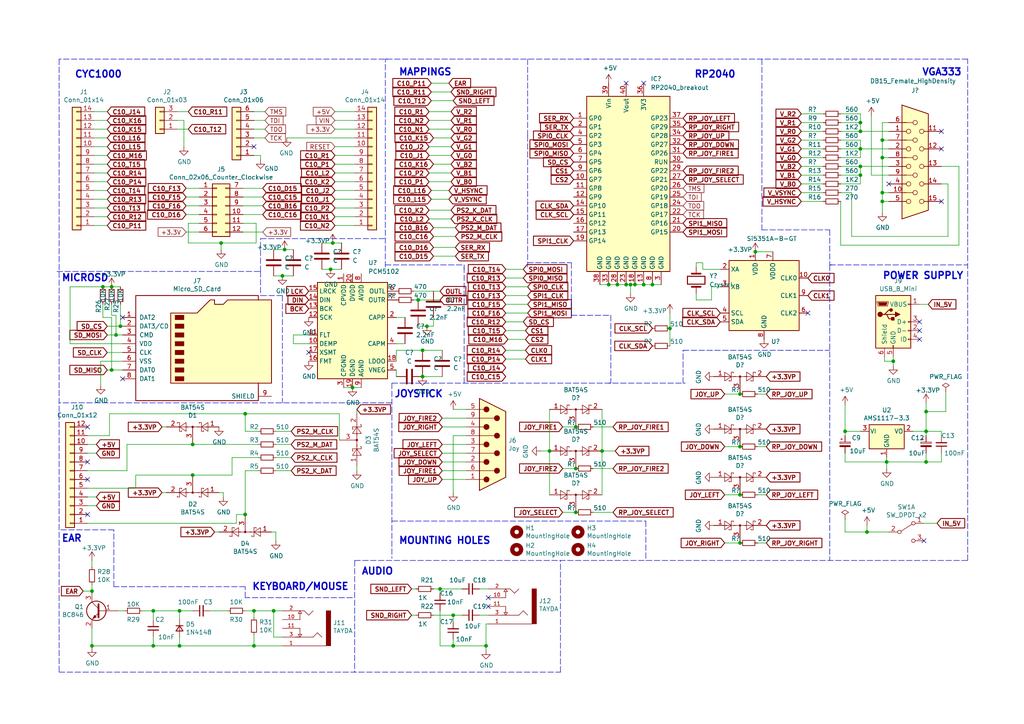
<source format=kicad_sch>
(kicad_sch (version 20211123) (generator eeschema)
  (paper "A4")
  (title_block (title "Calypso - was Atlas") (date "2021-04-17") (rev "1"))
  (junction (at 159.385 130.81))
  (junction (at 52.07 187.325))
  (junction (at 55.88 137.795))
  (junction (at 122.555 109.22))
  (junction (at 249.555 48.26))
  (junction (at 44.45 187.325))
  (junction (at 140.97 187.325))
  (junction (at 268.605 119.38))
  (junction (at 214.63 114.3))
  (junction (at 55.88 128.905))
  (junction (at 64.135 70.485))
  (junction (at 26.67 171.45))
  (junction (at 176.53 82.55))
  (junction (at 34.925 94.615))
  (junction (at 71.12 149.225))
  (junction (at 79.375 177.165))
  (junction (at 32.385 83.185))
  (junction (at 249.555 35.56))
  (junction (at 174.625 130.81))
  (junction (at 29.845 83.185))
  (junction (at 52.07 177.165))
  (junction (at 33.655 97.155))
  (junction (at 214.63 143.51))
  (junction (at 96.52 70.485))
  (junction (at 102.235 112.395))
  (junction (at 255.905 55.88))
  (junction (at 122.555 101.6))
  (junction (at 249.555 38.1))
  (junction (at 255.905 58.42))
  (junction (at 131.445 187.325))
  (junction (at 268.605 125.095))
  (junction (at 249.555 50.8))
  (junction (at 167.005 135.89))
  (junction (at 257.175 133.985))
  (junction (at 268.605 133.985))
  (junction (at 71.12 120.015))
  (junction (at 259.08 104.775))
  (junction (at 32.385 107.315))
  (junction (at 82.55 72.39))
  (junction (at 194.31 95.25))
  (junction (at 127.635 170.815))
  (junction (at 184.15 82.55))
  (junction (at 73.66 187.325))
  (junction (at 214.63 129.54))
  (junction (at 44.45 177.165))
  (junction (at 182.88 82.55))
  (junction (at 167.005 148.59))
  (junction (at 181.61 82.55))
  (junction (at 26.67 187.325))
  (junction (at 255.905 40.64))
  (junction (at 179.07 82.55))
  (junction (at 255.905 45.72))
  (junction (at 245.11 125.095))
  (junction (at 95.885 78.105))
  (junction (at 121.285 86.995))
  (junction (at 131.445 178.435))
  (junction (at 167.005 123.825))
  (junction (at 186.69 82.55))
  (junction (at 123.825 94.615))
  (junction (at 189.23 82.55))
  (junction (at 249.555 43.18))
  (junction (at 251.46 154.305))
  (junction (at 219.075 73.025))
  (junction (at 214.63 157.48))
  (junction (at 81.915 80.01))
  (junction (at 73.66 177.165))
  (no_connect (at 234.315 90.805))
  (no_connect (at 273.05 38.1))
  (no_connect (at 266.7 95.885))
  (no_connect (at 257.81 53.34))
  (no_connect (at 267.97 156.845))
  (no_connect (at 141.605 175.895))
  (no_connect (at 25.4 149.225))
  (no_connect (at 25.4 133.985))
  (no_connect (at 266.7 98.425))
  (no_connect (at 89.535 102.235))
  (no_connect (at 25.4 139.065))
  (no_connect (at 273.05 43.18))
  (no_connect (at 141.605 173.355))
  (no_connect (at 73.66 42.545))
  (no_connect (at 35.56 92.075))
  (no_connect (at 35.56 109.855))
  (no_connect (at 186.69 24.13))
  (no_connect (at 181.61 24.13))
  (no_connect (at 266.7 93.345))
  (no_connect (at 273.05 58.42))
  (no_connect (at 25.4 123.825))
  (wire (pts (xy 67.31 132.715) (xy 67.31 137.795)))
  (wire (pts (xy 125.095 26.67) (xy 130.81 26.67)))
  (wire (pts (xy 76.2 57.15) (xy 70.485 57.15)))
  (wire (pts (xy 163.195 123.825) (xy 167.005 123.825)))
  (wire (pts (xy 140.97 180.975) (xy 140.97 187.325)))
  (wire (pts (xy 29.845 88.265) (xy 29.845 92.075)))
  (polyline (pts (xy 75.565 69.215) (xy 111.76 69.215)))
  (wire (pts (xy 278.13 71.12) (xy 278.13 48.26)))
  (wire (pts (xy 232.41 58.42) (xy 238.76 58.42)))
  (polyline (pts (xy 153.035 39.37) (xy 153.035 77.47)))
  (polyline (pts (xy 17.145 194.945) (xy 162.56 194.945)))
  (polyline (pts (xy 33.02 170.18) (xy 33.02 153.67)))
  (wire (pts (xy 79.375 177.165) (xy 81.915 177.165)))
  (polyline (pts (xy 134.62 77.47) (xy 134.62 111.125)))
  (wire (pts (xy 124.46 63.5) (xy 130.81 63.5)))
  (wire (pts (xy 146.685 88.265) (xy 153.035 88.265)))
  (polyline (pts (xy 75.565 78.74) (xy 75.565 69.215)))
  (wire (pts (xy 73.66 187.325) (xy 52.07 187.325)))
  (wire (pts (xy 102.87 32.385) (xy 97.155 32.385)))
  (wire (pts (xy 128.27 128.905) (xy 135.255 128.905)))
  (wire (pts (xy 25.4 144.145) (xy 27.94 144.145)))
  (wire (pts (xy 102.87 57.785) (xy 97.155 57.785)))
  (wire (pts (xy 146.685 78.105) (xy 151.765 78.105)))
  (wire (pts (xy 245.11 125.095) (xy 245.11 126.365)))
  (wire (pts (xy 268.605 131.445) (xy 268.605 133.985)))
  (wire (pts (xy 249.555 48.26) (xy 249.555 50.8)))
  (wire (pts (xy 245.11 133.985) (xy 245.11 131.445)))
  (wire (pts (xy 249.555 125.095) (xy 245.11 125.095)))
  (polyline (pts (xy 113.665 111.125) (xy 198.755 111.125)))
  (wire (pts (xy 98.425 127.635) (xy 98.425 120.015)))
  (wire (pts (xy 125.73 170.815) (xy 127.635 170.815)))
  (wire (pts (xy 32.385 88.265) (xy 32.385 91.44)))
  (wire (pts (xy 79.375 72.39) (xy 82.55 72.39)))
  (wire (pts (xy 31.115 57.785) (xy 27.305 57.785)))
  (wire (pts (xy 54.61 70.485) (xy 64.135 70.485)))
  (polyline (pts (xy 102.87 162.56) (xy 280.67 162.56)))
  (wire (pts (xy 55.88 128.905) (xy 74.93 128.905)))
  (wire (pts (xy 44.45 187.325) (xy 52.07 187.325)))
  (wire (pts (xy 25.4 151.765) (xy 68.58 151.765)))
  (wire (pts (xy 124.46 60.96) (xy 130.81 60.96)))
  (wire (pts (xy 31.75 120.015) (xy 71.12 120.015)))
  (wire (pts (xy 274.955 68.58) (xy 274.955 53.34)))
  (wire (pts (xy 53.34 34.925) (xy 53.34 42.545)))
  (wire (pts (xy 147.32 98.425) (xy 152.4 98.425)))
  (wire (pts (xy 268.605 133.985) (xy 273.05 133.985)))
  (wire (pts (xy 121.285 94.615) (xy 123.825 94.615)))
  (wire (pts (xy 102.235 112.395) (xy 104.775 112.395)))
  (polyline (pts (xy 81.915 85.725) (xy 75.565 85.725)))
  (wire (pts (xy 53.975 57.15) (xy 57.785 57.15)))
  (wire (pts (xy 128.27 131.445) (xy 135.255 131.445)))
  (wire (pts (xy 20.32 83.185) (xy 29.845 83.185)))
  (wire (pts (xy 125.73 47.625) (xy 130.81 47.625)))
  (wire (pts (xy 232.41 38.1) (xy 238.76 38.1)))
  (wire (pts (xy 73.66 177.165) (xy 73.66 179.07)))
  (wire (pts (xy 243.84 71.12) (xy 278.13 71.12)))
  (wire (pts (xy 273.05 125.095) (xy 268.605 125.095)))
  (wire (pts (xy 27.94 131.445) (xy 25.4 131.445)))
  (wire (pts (xy 31.115 107.315) (xy 32.385 107.315)))
  (wire (pts (xy 71.12 136.525) (xy 74.93 136.525)))
  (wire (pts (xy 31.115 52.705) (xy 27.305 52.705)))
  (wire (pts (xy 127.635 170.815) (xy 133.985 170.815)))
  (wire (pts (xy 29.21 104.775) (xy 29.21 111.76)))
  (polyline (pts (xy 177.165 91.44) (xy 177.165 111.125)))
  (wire (pts (xy 26.67 169.545) (xy 26.67 171.45)))
  (wire (pts (xy 20.32 99.695) (xy 20.32 83.185)))
  (wire (pts (xy 102.87 65.405) (xy 97.155 65.405)))
  (wire (pts (xy 256.54 103.505) (xy 256.54 104.775)))
  (wire (pts (xy 74.295 64.77) (xy 74.295 70.485)))
  (wire (pts (xy 141.605 170.815) (xy 139.065 170.815)))
  (wire (pts (xy 268.605 116.84) (xy 268.605 119.38)))
  (wire (pts (xy 73.66 34.925) (xy 76.835 34.925)))
  (wire (pts (xy 102.87 47.625) (xy 97.155 47.625)))
  (polyline (pts (xy 240.665 76.835) (xy 241.3 76.835)))
  (wire (pts (xy 232.41 48.26) (xy 238.76 48.26)))
  (wire (pts (xy 51.435 32.385) (xy 54.61 32.385)))
  (wire (pts (xy 25.4 128.905) (xy 27.94 128.905)))
  (wire (pts (xy 173.99 82.55) (xy 176.53 82.55)))
  (wire (pts (xy 131.445 178.435) (xy 131.445 180.34)))
  (wire (pts (xy 71.12 120.015) (xy 98.425 120.015)))
  (wire (pts (xy 273.05 53.34) (xy 274.955 53.34)))
  (polyline (pts (xy 177.165 111.125) (xy 176.53 111.125)))
  (wire (pts (xy 232.41 40.64) (xy 238.76 40.64)))
  (wire (pts (xy 120.015 84.455) (xy 127.635 84.455)))
  (wire (pts (xy 219.075 73.025) (xy 224.155 73.025)))
  (wire (pts (xy 71.12 177.165) (xy 73.66 177.165)))
  (wire (pts (xy 102.87 40.005) (xy 83.185 40.005)))
  (wire (pts (xy 184.15 82.55) (xy 186.69 82.55)))
  (wire (pts (xy 103.505 136.525) (xy 103.505 135.255)))
  (wire (pts (xy 27.305 45.085) (xy 31.115 45.085)))
  (wire (pts (xy 257.175 133.985) (xy 245.11 133.985)))
  (wire (pts (xy 266.7 88.265) (xy 269.24 88.265)))
  (wire (pts (xy 125.73 68.58) (xy 132.08 68.58)))
  (wire (pts (xy 124.46 42.545) (xy 130.81 42.545)))
  (wire (pts (xy 245.11 117.475) (xy 245.11 125.095)))
  (polyline (pts (xy 75.565 78.74) (xy 75.565 85.725)))
  (wire (pts (xy 73.66 32.385) (xy 76.835 32.385)))
  (wire (pts (xy 102.87 60.325) (xy 97.155 60.325)))
  (polyline (pts (xy 16.51 78.74) (xy 75.565 78.74)))
  (polyline (pts (xy 102.235 173.355) (xy 71.12 173.355)))
  (polyline (pts (xy 162.56 194.945) (xy 162.56 162.56)))
  (wire (pts (xy 102.87 55.245) (xy 97.155 55.245)))
  (wire (pts (xy 210.185 114.3) (xy 214.63 114.3)))
  (wire (pts (xy 52.07 179.705) (xy 52.07 177.165)))
  (wire (pts (xy 219.71 129.54) (xy 222.25 129.54)))
  (wire (pts (xy 249.555 38.1) (xy 257.81 38.1)))
  (wire (pts (xy 52.07 177.165) (xy 55.88 177.165)))
  (wire (pts (xy 219.71 114.3) (xy 222.25 114.3)))
  (wire (pts (xy 267.97 151.765) (xy 271.78 151.765)))
  (wire (pts (xy 127.635 177.165) (xy 127.635 187.325)))
  (polyline (pts (xy 220.98 66.675) (xy 240.665 66.675)))
  (wire (pts (xy 141.605 180.975) (xy 140.97 180.975)))
  (wire (pts (xy 243.84 48.26) (xy 249.555 48.26)))
  (wire (pts (xy 103.505 118.745) (xy 103.505 120.015)))
  (wire (pts (xy 35.56 97.155) (xy 33.655 97.155)))
  (wire (pts (xy 243.84 38.1) (xy 249.555 38.1)))
  (wire (pts (xy 210.185 129.54) (xy 214.63 129.54)))
  (wire (pts (xy 64.77 142.875) (xy 64.77 144.145)))
  (wire (pts (xy 249.555 50.8) (xy 249.555 53.34)))
  (wire (pts (xy 25.4 126.365) (xy 31.75 126.365)))
  (wire (pts (xy 181.61 82.55) (xy 182.88 82.55)))
  (wire (pts (xy 54.61 64.77) (xy 54.61 70.485)))
  (wire (pts (xy 51.435 37.465) (xy 54.61 37.465)))
  (wire (pts (xy 232.41 53.34) (xy 238.76 53.34)))
  (wire (pts (xy 255.905 58.42) (xy 255.905 61.595)))
  (wire (pts (xy 36.83 136.525) (xy 36.83 128.905)))
  (wire (pts (xy 255.905 55.88) (xy 255.905 58.42)))
  (wire (pts (xy 146.685 85.725) (xy 153.035 85.725)))
  (wire (pts (xy 135.255 121.285) (xy 128.27 121.285)))
  (wire (pts (xy 125.73 92.075) (xy 125.73 94.615)))
  (wire (pts (xy 255.905 35.56) (xy 255.905 40.64)))
  (wire (pts (xy 31.115 60.325) (xy 27.305 60.325)))
  (polyline (pts (xy 165.735 91.44) (xy 177.165 91.44)))
  (wire (pts (xy 36.83 128.905) (xy 55.88 128.905)))
  (wire (pts (xy 201.93 86.995) (xy 206.375 86.995)))
  (wire (pts (xy 125.095 29.21) (xy 131.445 29.21)))
  (polyline (pts (xy 187.325 151.13) (xy 187.325 162.56)))
  (polyline (pts (xy 170.18 17.145) (xy 170.815 17.145)))
  (polyline (pts (xy 165.735 76.2) (xy 165.735 91.44)))
  (wire (pts (xy 102.87 45.085) (xy 97.155 45.085)))
  (polyline (pts (xy 198.12 101.6) (xy 240.665 101.6)))
  (wire (pts (xy 219.71 143.51) (xy 222.25 143.51)))
  (wire (pts (xy 245.11 154.305) (xy 245.11 150.495)))
  (wire (pts (xy 124.46 50.165) (xy 130.81 50.165)))
  (wire (pts (xy 122.555 101.6) (xy 128.27 101.6)))
  (wire (pts (xy 27.305 37.465) (xy 31.115 37.465)))
  (wire (pts (xy 26.67 187.325) (xy 26.67 187.96)))
  (wire (pts (xy 159.385 118.745) (xy 159.385 130.81)))
  (wire (pts (xy 85.09 97.155) (xy 85.09 99.695)))
  (wire (pts (xy 146.685 93.345) (xy 151.765 93.345)))
  (polyline (pts (xy 113.665 151.13) (xy 187.325 151.13)))
  (wire (pts (xy 189.23 82.55) (xy 191.77 82.55)))
  (wire (pts (xy 120.015 86.995) (xy 121.285 86.995)))
  (wire (pts (xy 273.05 126.365) (xy 273.05 125.095)))
  (wire (pts (xy 35.56 102.235) (xy 31.115 102.235)))
  (wire (pts (xy 119.38 178.435) (xy 120.65 178.435)))
  (wire (pts (xy 80.01 125.095) (xy 84.455 125.095)))
  (wire (pts (xy 33.655 91.44) (xy 33.655 97.155)))
  (polyline (pts (xy 81.915 85.725) (xy 81.915 116.84)))
  (wire (pts (xy 93.345 70.485) (xy 96.52 70.485)))
  (wire (pts (xy 146.685 104.14) (xy 152.4 104.14)))
  (wire (pts (xy 249.555 43.18) (xy 249.555 45.72)))
  (wire (pts (xy 32.385 92.075) (xy 32.385 107.315)))
  (wire (pts (xy 26.67 171.45) (xy 24.13 171.45)))
  (wire (pts (xy 259.08 104.775) (xy 259.08 106.045)))
  (wire (pts (xy 186.69 82.55) (xy 189.23 82.55)))
  (polyline (pts (xy 153.035 39.37) (xy 153.035 17.145)))
  (polyline (pts (xy 71.12 170.18) (xy 33.02 170.18)))
  (wire (pts (xy 131.445 187.325) (xy 140.97 187.325)))
  (wire (pts (xy 203.835 78.105) (xy 203.835 76.2)))
  (wire (pts (xy 201.93 76.2) (xy 201.93 77.47)))
  (wire (pts (xy 232.41 50.8) (xy 238.76 50.8)))
  (wire (pts (xy 73.66 45.085) (xy 75.565 45.085)))
  (polyline (pts (xy 113.665 111.125) (xy 113.665 161.925)))
  (polyline (pts (xy 280.67 17.145) (xy 17.145 17.145)))
  (wire (pts (xy 70.485 54.61) (xy 76.2 54.61)))
  (wire (pts (xy 52.07 187.325) (xy 52.07 184.785)))
  (wire (pts (xy 114.935 92.075) (xy 117.475 92.075)))
  (wire (pts (xy 127.635 172.085) (xy 127.635 170.815)))
  (wire (pts (xy 255.905 58.42) (xy 257.81 58.42)))
  (polyline (pts (xy 111.76 17.145) (xy 112.395 17.145)))
  (wire (pts (xy 255.905 45.72) (xy 257.81 45.72)))
  (wire (pts (xy 27.94 146.685) (xy 25.4 146.685)))
  (polyline (pts (xy 280.67 162.56) (xy 280.67 17.145)))
  (wire (pts (xy 249.555 48.26) (xy 257.81 48.26)))
  (wire (pts (xy 33.655 97.155) (xy 31.115 97.155)))
  (wire (pts (xy 243.84 35.56) (xy 249.555 35.56)))
  (wire (pts (xy 232.41 45.72) (xy 238.76 45.72)))
  (wire (pts (xy 27.305 65.405) (xy 31.115 65.405)))
  (wire (pts (xy 174.625 118.745) (xy 174.625 130.81)))
  (wire (pts (xy 70.485 59.69) (xy 76.2 59.69)))
  (wire (pts (xy 257.81 35.56) (xy 255.905 35.56)))
  (wire (pts (xy 70.485 64.77) (xy 74.295 64.77)))
  (wire (pts (xy 26.67 162.56) (xy 26.67 164.465)))
  (wire (pts (xy 57.785 59.69) (xy 53.975 59.69)))
  (wire (pts (xy 125.73 40.005) (xy 130.81 40.005)))
  (wire (pts (xy 128.27 136.525) (xy 135.255 136.525)))
  (wire (pts (xy 114.935 109.22) (xy 114.935 107.315)))
  (wire (pts (xy 52.07 177.165) (xy 44.45 177.165)))
  (wire (pts (xy 39.37 137.795) (xy 39.37 141.605)))
  (wire (pts (xy 79.375 184.785) (xy 79.375 177.165)))
  (wire (pts (xy 73.66 187.325) (xy 73.66 184.15)))
  (wire (pts (xy 177.8 123.825) (xy 172.085 123.825)))
  (wire (pts (xy 232.41 55.88) (xy 238.76 55.88)))
  (wire (pts (xy 127.635 187.325) (xy 131.445 187.325)))
  (wire (pts (xy 27.305 50.165) (xy 31.115 50.165)))
  (wire (pts (xy 243.84 43.18) (xy 249.555 43.18)))
  (wire (pts (xy 74.93 125.095) (xy 71.12 125.095)))
  (polyline (pts (xy 17.145 17.145) (xy 17.145 194.945)))
  (wire (pts (xy 247.015 68.58) (xy 274.955 68.58)))
  (wire (pts (xy 41.275 177.165) (xy 44.45 177.165)))
  (wire (pts (xy 57.785 64.77) (xy 54.61 64.77)))
  (wire (pts (xy 84.455 132.715) (xy 80.01 132.715)))
  (wire (pts (xy 35.56 99.695) (xy 20.32 99.695)))
  (wire (pts (xy 182.88 82.55) (xy 182.88 85.09)))
  (wire (pts (xy 135.255 118.745) (xy 131.445 118.745)))
  (wire (pts (xy 255.905 55.88) (xy 257.81 55.88)))
  (wire (pts (xy 27.305 32.385) (xy 31.115 32.385)))
  (wire (pts (xy 32.385 83.185) (xy 34.925 83.185)))
  (wire (pts (xy 210.185 157.48) (xy 214.63 157.48)))
  (wire (pts (xy 243.84 55.88) (xy 247.015 55.88)))
  (wire (pts (xy 93.345 78.105) (xy 95.885 78.105)))
  (wire (pts (xy 179.07 82.55) (xy 181.61 82.55)))
  (wire (pts (xy 68.58 149.225) (xy 71.12 149.225)))
  (wire (pts (xy 70.485 67.31) (xy 76.2 67.31)))
  (wire (pts (xy 182.88 82.55) (xy 184.15 82.55)))
  (wire (pts (xy 55.88 137.795) (xy 39.37 137.795)))
  (wire (pts (xy 48.26 123.825) (xy 46.99 123.825)))
  (wire (pts (xy 97.155 62.865) (xy 102.87 62.865)))
  (wire (pts (xy 25.4 136.525) (xy 36.83 136.525)))
  (wire (pts (xy 125.095 55.245) (xy 130.175 55.245)))
  (wire (pts (xy 203.835 76.2) (xy 201.93 76.2)))
  (wire (pts (xy 27.305 47.625) (xy 31.115 47.625)))
  (wire (pts (xy 71.12 149.225) (xy 71.12 136.525)))
  (wire (pts (xy 210.185 143.51) (xy 214.63 143.51)))
  (wire (pts (xy 264.795 125.095) (xy 268.605 125.095)))
  (wire (pts (xy 51.435 34.925) (xy 53.34 34.925)))
  (wire (pts (xy 27.305 62.865) (xy 31.115 62.865)))
  (wire (pts (xy 232.41 33.02) (xy 238.76 33.02)))
  (wire (pts (xy 135.255 126.365) (xy 131.445 126.365)))
  (wire (pts (xy 84.455 136.525) (xy 80.01 136.525)))
  (wire (pts (xy 34.925 94.615) (xy 31.115 94.615)))
  (wire (pts (xy 27.305 42.545) (xy 31.115 42.545)))
  (wire (pts (xy 206.375 86.995) (xy 206.375 83.185)))
  (wire (pts (xy 125.73 71.755) (xy 132.08 71.755)))
  (polyline (pts (xy 240.665 76.835) (xy 240.665 162.56)))
  (wire (pts (xy 124.46 32.385) (xy 130.81 32.385)))
  (wire (pts (xy 124.46 34.925) (xy 130.81 34.925)))
  (wire (pts (xy 255.905 45.72) (xy 255.905 55.88)))
  (wire (pts (xy 146.685 80.645) (xy 151.765 80.645)))
  (wire (pts (xy 64.135 70.485) (xy 64.135 72.39)))
  (wire (pts (xy 274.32 113.665) (xy 274.32 119.38)))
  (wire (pts (xy 73.66 177.165) (xy 79.375 177.165)))
  (wire (pts (xy 26.67 171.45) (xy 26.67 172.085)))
  (wire (pts (xy 96.52 70.485) (xy 99.06 70.485)))
  (wire (pts (xy 89.535 97.155) (xy 85.09 97.155)))
  (polyline (pts (xy 198.12 101.6) (xy 198.755 101.6)))
  (wire (pts (xy 29.845 83.185) (xy 32.385 83.185)))
  (wire (pts (xy 256.54 104.775) (xy 259.08 104.775)))
  (wire (pts (xy 163.195 148.59) (xy 167.005 148.59)))
  (wire (pts (xy 99.695 112.395) (xy 102.235 112.395)))
  (wire (pts (xy 114.935 104.775) (xy 114.935 101.6)))
  (wire (pts (xy 243.84 45.72) (xy 249.555 45.72)))
  (wire (pts (xy 81.915 80.01) (xy 85.09 80.01)))
  (wire (pts (xy 146.685 101.6) (xy 152.4 101.6)))
  (wire (pts (xy 243.84 50.8) (xy 249.555 50.8)))
  (wire (pts (xy 31.75 126.365) (xy 31.75 120.015)))
  (wire (pts (xy 156.845 130.81) (xy 159.385 130.81)))
  (wire (pts (xy 219.71 157.48) (xy 222.25 157.48)))
  (wire (pts (xy 122.555 109.22) (xy 128.27 109.22)))
  (wire (pts (xy 71.12 125.095) (xy 71.12 120.015)))
  (wire (pts (xy 251.46 154.305) (xy 245.11 154.305)))
  (wire (pts (xy 125.73 178.435) (xy 131.445 178.435)))
  (wire (pts (xy 80.01 154.305) (xy 80.01 156.845)))
  (wire (pts (xy 125.095 24.13) (xy 130.175 24.13)))
  (polyline (pts (xy 71.12 173.355) (xy 71.12 170.18)))
  (wire (pts (xy 75.565 45.085) (xy 75.565 46.355)))
  (wire (pts (xy 95.885 78.105) (xy 99.06 78.105)))
  (polyline (pts (xy 198.12 111.125) (xy 198.12 101.6)))
  (wire (pts (xy 273.05 48.26) (xy 278.13 48.26)))
  (polyline (pts (xy 153.035 76.2) (xy 165.735 76.2)))
  (wire (pts (xy 74.295 70.485) (xy 64.135 70.485)))
  (wire (pts (xy 257.175 132.715) (xy 257.175 133.985)))
  (wire (pts (xy 201.93 85.09) (xy 201.93 86.995)))
  (wire (pts (xy 102.87 37.465) (xy 97.155 37.465)))
  (wire (pts (xy 206.375 83.185) (xy 208.915 83.185)))
  (wire (pts (xy 34.925 88.265) (xy 34.925 94.615)))
  (wire (pts (xy 78.74 154.305) (xy 80.01 154.305)))
  (wire (pts (xy 35.56 94.615) (xy 34.925 94.615)))
  (wire (pts (xy 102.87 50.165) (xy 97.155 50.165)))
  (wire (pts (xy 125.73 74.295) (xy 132.08 74.295)))
  (wire (pts (xy 29.845 92.075) (xy 32.385 92.075)))
  (wire (pts (xy 255.905 40.64) (xy 255.905 45.72)))
  (polyline (pts (xy 113.665 116.84) (xy 17.145 116.84)))
  (wire (pts (xy 274.32 119.38) (xy 268.605 119.38)))
  (wire (pts (xy 44.45 187.325) (xy 26.67 187.325)))
  (wire (pts (xy 60.96 177.165) (xy 66.04 177.165)))
  (wire (pts (xy 32.385 107.315) (xy 35.56 107.315)))
  (wire (pts (xy 249.555 43.18) (xy 257.81 43.18)))
  (wire (pts (xy 27.305 34.925) (xy 31.115 34.925)))
  (wire (pts (xy 102.87 34.925) (xy 97.155 34.925)))
  (wire (pts (xy 194.31 95.25) (xy 194.31 100.33)))
  (wire (pts (xy 252.73 50.8) (xy 257.81 50.8)))
  (wire (pts (xy 73.66 40.005) (xy 76.835 40.005)))
  (wire (pts (xy 243.84 58.42) (xy 243.84 71.12)))
  (wire (pts (xy 84.455 128.905) (xy 80.01 128.905)))
  (polyline (pts (xy 134.62 76.835) (xy 134.62 78.105)))
  (wire (pts (xy 85.09 99.695) (xy 89.535 99.695)))
  (wire (pts (xy 67.31 137.795) (xy 55.88 137.795)))
  (wire (pts (xy 53.975 67.31) (xy 57.785 67.31)))
  (wire (pts (xy 177.8 135.89) (xy 172.085 135.89)))
  (polyline (pts (xy 220.98 17.145) (xy 220.98 66.675)))
  (wire (pts (xy 124.46 37.465) (xy 130.81 37.465)))
  (polyline (pts (xy 111.76 77.47) (xy 111.76 17.145)))
  (wire (pts (xy 139.065 178.435) (xy 141.605 178.435)))
  (wire (pts (xy 255.905 40.64) (xy 257.81 40.64)))
  (polyline (pts (xy 240.665 76.835) (xy 280.67 76.835)))
  (wire (pts (xy 48.26 142.875) (xy 46.99 142.875)))
  (wire (pts (xy 251.46 154.305) (xy 251.46 152.4)))
  (wire (pts (xy 124.46 52.705) (xy 130.81 52.705)))
  (wire (pts (xy 249.555 40.64) (xy 249.555 43.18)))
  (wire (pts (xy 178.435 130.81) (xy 174.625 130.81)))
  (wire (pts (xy 133.985 178.435) (xy 131.445 178.435)))
  (wire (pts (xy 194.31 90.805) (xy 194.31 95.25)))
  (wire (pts (xy 146.685 90.805) (xy 153.035 90.805)))
  (wire (pts (xy 27.305 40.005) (xy 31.115 40.005)))
  (wire (pts (xy 39.37 141.605) (xy 25.4 141.605)))
  (wire (pts (xy 232.41 35.56) (xy 238.76 35.56)))
  (wire (pts (xy 268.605 119.38) (xy 268.605 125.095)))
  (wire (pts (xy 124.46 45.085) (xy 130.81 45.085)))
  (wire (pts (xy 74.93 132.715) (xy 67.31 132.715)))
  (polyline (pts (xy 240.665 66.675) (xy 240.665 76.835)))
  (wire (pts (xy 44.45 184.785) (xy 44.45 187.325)))
  (wire (pts (xy 146.685 95.885) (xy 152.4 95.885)))
  (wire (pts (xy 131.445 185.42) (xy 131.445 187.325)))
  (polyline (pts (xy 102.87 162.56) (xy 102.87 194.945)))
  (wire (pts (xy 81.915 187.325) (xy 73.66 187.325)))
  (wire (pts (xy 128.27 123.825) (xy 135.255 123.825)))
  (wire (pts (xy 81.915 184.785) (xy 79.375 184.785)))
  (wire (pts (xy 249.555 33.02) (xy 249.555 35.56)))
  (wire (pts (xy 68.58 151.765) (xy 68.58 149.225)))
  (wire (pts (xy 102.87 42.545) (xy 97.155 42.545)))
  (wire (pts (xy 131.445 126.365) (xy 131.445 142.875)))
  (wire (pts (xy 232.41 43.18) (xy 238.76 43.18)))
  (wire (pts (xy 257.175 133.985) (xy 257.175 135.89)))
  (wire (pts (xy 259.08 103.505) (xy 259.08 104.775)))
  (wire (pts (xy 159.385 130.81) (xy 159.385 143.51)))
  (wire (pts (xy 208.915 78.105) (xy 203.835 78.105)))
  (wire (pts (xy 252.73 33.655) (xy 252.73 50.8)))
  (wire (pts (xy 247.015 55.88) (xy 247.015 68.58)))
  (wire (pts (xy 32.385 91.44) (xy 33.655 91.44)))
  (wire (pts (xy 53.975 62.23) (xy 57.785 62.23)))
  (wire (pts (xy 146.685 83.185) (xy 153.035 83.185)))
  (wire (pts (xy 79.375 80.01) (xy 81.915 80.01)))
  (polyline (pts (xy 111.76 76.835) (xy 134.62 76.835)))
  (wire (pts (xy 76.2 62.23) (xy 70.485 62.23)))
  (wire (pts (xy 163.195 135.89) (xy 167.005 135.89)))
  (wire (pts (xy 63.5 142.875) (xy 64.77 142.875)))
  (wire (pts (xy 135.255 139.065) (xy 128.27 139.065)))
  (wire (pts (xy 243.84 53.34) (xy 249.555 53.34)))
  (wire (pts (xy 29.21 104.775) (xy 35.56 104.775)))
  (wire (pts (xy 128.27 133.985) (xy 135.255 133.985)))
  (wire (pts (xy 249.555 35.56) (xy 249.555 38.1)))
  (wire (pts (xy 176.53 82.55) (xy 179.07 82.55)))
  (wire (pts (xy 121.285 86.995) (xy 127.635 86.995)))
  (wire (pts (xy 257.175 133.985) (xy 268.605 133.985)))
  (wire (pts (xy 177.8 148.59) (xy 172.085 148.59)))
  (wire (pts (xy 243.84 40.64) (xy 249.555 40.64)))
  (wire (pts (xy 123.825 94.615) (xy 125.73 94.615)))
  (wire (pts (xy 102.87 52.705) (xy 97.155 52.705)))
  (wire (pts (xy 140.97 187.325) (xy 140.97 188.595)))
  (wire (pts (xy 273.05 131.445) (xy 273.05 133.985)))
  (polyline (pts (xy 33.02 153.67) (xy 17.145 153.67)))
  (wire (pts (xy 57.785 54.61) (xy 53.975 54.61)))
  (wire (pts (xy 27.305 55.245) (xy 31.115 55.245)))
  (wire (pts (xy 73.66 37.465) (xy 76.835 37.465)))
  (wire (pts (xy 257.81 154.305) (xy 251.46 154.305)))
  (wire (pts (xy 114.935 101.6) (xy 122.555 101.6)))
  (wire (pts (xy 125.73 66.04) (xy 132.08 66.04)))
  (wire (pts (xy 63.5 154.305) (xy 62.23 154.305)))
  (wire (pts (xy 268.605 125.095) (xy 268.605 126.365)))
  (wire (pts (xy 174.625 130.81) (xy 174.625 143.51)))
  (wire (pts (xy 114.935 99.695) (xy 117.475 99.695)))
  (wire (pts (xy 243.84 33.02) (xy 249.555 33.02)))
  (wire (pts (xy 82.55 72.39) (xy 85.09 72.39)))
  (wire (pts (xy 125.095 57.785) (xy 130.175 57.785)))
  (wire (pts (xy 44.45 177.165) (xy 44.45 179.705)))
  (wire (pts (xy 119.38 170.815) (xy 120.65 170.815)))
  (wire (pts (xy 26.67 187.325) (xy 26.67 182.245)))
  (wire (pts (xy 34.29 177.165) (xy 36.195 177.165)))
  (text "MICROSD" (at 17.78 81.915 0) (effects (font (size 2.0066 2.0066) (thickness 0.4013) bold) (justify left bottom)))
  (text "VGA333" (at 267.335 22.225 0) (effects (font (size 2.0066 2.0066) (thickness 0.4013) bold) (justify left bottom)))
  (text "CYC1000" (at 21.59 22.86 0) (effects (font (size 2.0066 2.0066) (thickness 0.4013) bold) (justify left bottom)))
  (text "AUDIO" (at 104.775 167.005 0) (effects (font (size 2.0066 2.0066) (thickness 0.4013) bold) (justify left bottom)))
  (text "RP2040" (at 201.295 22.86 0) (effects (font (size 2.0066 2.0066) (thickness 0.4013) bold) (justify left bottom)))
  (text "MOUNTING HOLES" (at 115.57 158.115 0) (effects (font (size 2.0066 2.0066) (thickness 0.4013) bold) (justify left bottom)))
  (text "POWER SUPPLY" (at 255.905 81.28 0) (effects (font (size 2.0066 2.0066) (thickness 0.4013) bold) (justify left bottom)))
  (text "EAR" (at 17.78 157.48 0) (effects (font (size 2.0066 2.0066) (thickness 0.4013) bold) (justify left bottom)))
  (text "KEYBOARD/MOUSE" (at 73.025 171.45 0) (effects (font (size 2.0066 2.0066) (thickness 0.4013) bold) (justify left bottom)))
  (text "JOYSTICK\n" (at 114.3 115.57 0) (effects (font (size 2.0066 2.0066) (thickness 0.4013) bold) (justify left bottom)))
  (text "MAPPINGS" (at 115.57 22.225 0) (effects (font (size 2.0066 2.0066) (thickness 0.4013) bold) (justify left bottom)))
  (global_label "JOY_LEFT" (shape input) (at 210.185 143.51 180) (effects (font (thickness 0.254) bold)) (property "Intersheet References" "${INTERSHEET_REFS}" (effects hide)))
  (global_label "CLK_SCL" (shape input) (at 189.23 95.25 180) (effects (font (thickness 0.254) bold)) (property "Intersheet References" "${INTERSHEET_REFS}" (effects hide)))
  (global_label "JOY_UP" (shape input) (at 210.185 114.3 180) (effects (font (thickness 0.254) bold)) (property "Intersheet References" "${INTERSHEET_REFS}" (effects hide)))
  (global_label "JOY_FIRE2" (shape input) (at 128.27 121.285 180) (effects (font (thickness 0.254) bold)) (property "Intersheet References" "${INTERSHEET_REFS}" (effects hide)))
  (global_label "C10_J2" (shape input) (at 124.46 42.545 180) (effects (font (thickness 0.254) bold)) (property "Intersheet References" "${INTERSHEET_REFS}" (effects hide)))
  (global_label "C10_R11" (shape input) (at 125.095 26.67 180) (effects (font (thickness 0.254) bold)) (property "Intersheet References" "${INTERSHEET_REFS}" (effects hide)))
  (global_label "C10_C15" (shape input) (at 76.2 57.15 0) (effects (font (thickness 0.254) bold)) (property "Intersheet References" "${INTERSHEET_REFS}" (effects hide)))
  (global_label "GND" (shape input) (at 27.94 131.445 0) (effects (font (thickness 0.254) bold)) (property "Intersheet References" "${INTERSHEET_REFS}" (effects hide)))
  (global_label "SD_CS" (shape input) (at 166.37 46.99 180) (effects (font (thickness 0.254) bold)) (property "Intersheet References" "${INTERSHEET_REFS}" (effects hide)))
  (global_label "LCK" (shape input) (at 89.535 84.455 180) (effects (font (thickness 0.254) bold)) (property "Intersheet References" "${INTERSHEET_REFS}" (effects hide)))
  (global_label "TDO" (shape input) (at 76.835 37.465 0) (property "Intersheet References" "${INTERSHEET_REFS}" (effects hide)))
  (global_label "SND_LEFT" (shape input) (at 119.38 170.815 180) (effects (font (thickness 0.254) bold)) (property "Intersheet References" "${INTERSHEET_REFS}" (effects hide)))
  (global_label "OUTL" (shape input) (at 127.635 84.455 0) (effects (font (thickness 0.254) bold)) (property "Intersheet References" "${INTERSHEET_REFS}" (effects hide)))
  (global_label "C10_T15" (shape input) (at 31.115 47.625 0) (effects (font (thickness 0.254) bold)) (property "Intersheet References" "${INTERSHEET_REFS}" (effects hide)))
  (global_label "CLK_SDA" (shape input) (at 208.915 93.345 180) (effects (font (thickness 0.254) bold)) (property "Intersheet References" "${INTERSHEET_REFS}" (effects hide)))
  (global_label "SPI1_CLK" (shape input) (at 153.035 85.725 0) (effects (font (thickness 0.254) bold)) (property "Intersheet References" "${INTERSHEET_REFS}" (effects hide)))
  (global_label "C10_F16" (shape input) (at 146.685 90.805 180) (effects (font (thickness 0.254) bold)) (property "Intersheet References" "${INTERSHEET_REFS}" (effects hide)))
  (global_label "C10_T13" (shape input) (at 31.115 60.325 0) (effects (font (thickness 0.254) bold)) (property "Intersheet References" "${INTERSHEET_REFS}" (effects hide)))
  (global_label "JOY_FIRE1" (shape input) (at 163.195 123.825 180) (effects (font (thickness 0.254) bold)) (property "Intersheet References" "${INTERSHEET_REFS}" (effects hide)))
  (global_label "PS2_M_CLK" (shape input) (at 132.08 68.58 0) (effects (font (thickness 0.254) bold)) (property "Intersheet References" "${INTERSHEET_REFS}" (effects hide)))
  (global_label "V_G1" (shape input) (at 232.41 43.18 180) (effects (font (thickness 0.254) bold)) (property "Intersheet References" "${INTERSHEET_REFS}" (effects hide)))
  (global_label "C10_J14" (shape input) (at 31.115 32.385 0) (effects (font (thickness 0.254) bold)) (property "Intersheet References" "${INTERSHEET_REFS}" (effects hide)))
  (global_label "SPI1_MISO" (shape input) (at 198.12 64.77 0) (effects (font (thickness 0.254) bold)) (property "Intersheet References" "${INTERSHEET_REFS}" (effects hide)))
  (global_label "C10_J14" (shape input) (at 146.685 106.68 180) (effects (font (thickness 0.254) bold)) (property "Intersheet References" "${INTERSHEET_REFS}" (effects hide)))
  (global_label "+3.3V" (shape input) (at 97.155 37.465 180) (property "Intersheet References" "${INTERSHEET_REFS}" (effects hide)))
  (global_label "C10_L15" (shape input) (at 125.095 57.785 180) (effects (font (thickness 0.254) bold)) (property "Intersheet References" "${INTERSHEET_REFS}" (effects hide)))
  (global_label "SPI1_MISO" (shape input) (at 153.035 88.265 0) (effects (font (thickness 0.254) bold)) (property "Intersheet References" "${INTERSHEET_REFS}" (effects hide)))
  (global_label "C10_F15" (shape input) (at 146.685 88.265 180) (effects (font (thickness 0.254) bold)) (property "Intersheet References" "${INTERSHEET_REFS}" (effects hide)))
  (global_label "V_G2" (shape input) (at 232.41 40.64 180) (effects (font (thickness 0.254) bold)) (property "Intersheet References" "${INTERSHEET_REFS}" (effects hide)))
  (global_label "C10_T12" (shape input) (at 125.095 29.21 180) (effects (font (thickness 0.254) bold)) (property "Intersheet References" "${INTERSHEET_REFS}" (effects hide)))
  (global_label "TDO" (shape input) (at 198.12 59.69 0) (property "Intersheet References" "${INTERSHEET_REFS}" (effects hide)))
  (global_label "C10_C16" (shape input) (at 125.73 68.58 180) (effects (font (thickness 0.254) bold)) (property "Intersheet References" "${INTERSHEET_REFS}" (effects hide)))
  (global_label "C10_T14" (shape input) (at 31.115 55.245 0) (effects (font (thickness 0.254) bold)) (property "Intersheet References" "${INTERSHEET_REFS}" (effects hide)))
  (global_label "C10_P11" (shape input) (at 31.115 65.405 0) (effects (font (thickness 0.254) bold)) (property "Intersheet References" "${INTERSHEET_REFS}" (effects hide)))
  (global_label "CLK0" (shape input) (at 152.4 101.6 0) (effects (font (thickness 0.254) bold)) (property "Intersheet References" "${INTERSHEET_REFS}" (effects hide)))
  (global_label "CLK_SDA" (shape input) (at 166.37 59.69 180) (effects (font (thickness 0.254) bold)) (property "Intersheet References" "${INTERSHEET_REFS}" (effects hide)))
  (global_label "C10_R13" (shape input) (at 146.685 80.645 180) (effects (font (thickness 0.254) bold)) (property "Intersheet References" "${INTERSHEET_REFS}" (effects hide)))
  (global_label "RP_JOY_SELECT" (shape input) (at 177.8 148.59 0) (effects (font (thickness 0.254) bold)) (property "Intersheet References" "${INTERSHEET_REFS}" (effects hide)))
  (global_label "V_HSYNC" (shape input) (at 130.175 55.245 0) (effects (font (thickness 0.254) bold)) (property "Intersheet References" "${INTERSHEET_REFS}" (effects hide)))
  (global_label "RP_JOY_SELECT" (shape input) (at 198.12 52.07 0) (effects (font (thickness 0.254) bold)) (property "Intersheet References" "${INTERSHEET_REFS}" (effects hide)))
  (global_label "C10_L16" (shape input) (at 125.095 55.245 180) (effects (font (thickness 0.254) bold)) (property "Intersheet References" "${INTERSHEET_REFS}" (effects hide)))
  (global_label "V_B2" (shape input) (at 232.41 48.26 180) (effects (font (thickness 0.254) bold)) (property "Intersheet References" "${INTERSHEET_REFS}" (effects hide)))
  (global_label "PS2_K_DAT" (shape input) (at 130.81 60.96 0) (effects (font (thickness 0.254) bold)) (property "Intersheet References" "${INTERSHEET_REFS}" (effects hide)))
  (global_label "SD_MISO" (shape input) (at 31.115 107.315 180) (effects (font (thickness 0.254) bold)) (property "Intersheet References" "${INTERSHEET_REFS}" (effects hide)))
  (global_label "C10_L15" (shape input) (at 31.115 42.545 0) (effects (font (thickness 0.254) bold)) (property "Intersheet References" "${INTERSHEET_REFS}" (effects hide)))
  (global_label "C10_K16" (shape input) (at 31.115 34.925 0) (effects (font (thickness 0.254) bold)) (property "Intersheet References" "${INTERSHEET_REFS}" (effects hide)))
  (global_label "SPI1_MOSI" (shape input) (at 198.12 67.31 0) (effects (font (thickness 0.254) bold)) (property "Intersheet References" "${INTERSHEET_REFS}" (effects hide)))
  (global_label "C10_R1" (shape input) (at 124.46 32.385 180) (effects (font (thickness 0.254) bold)) (property "Intersheet References" "${INTERSHEET_REFS}" (effects hide)))
  (global_label "PS2_M_CLK" (shape input) (at 84.455 125.095 0) (effects (font (thickness 0.254) bold)) (property "Intersheet References" "${INTERSHEET_REFS}" (effects hide)))
  (global_label "SER_TX" (shape input) (at 132.08 74.295 0) (effects (font (thickness 0.254) bold)) (property "Intersheet References" "${INTERSHEET_REFS}" (effects hide)))
  (global_label "C10_C16" (shape input) (at 76.2 62.23 0) (effects (font (thickness 0.254) bold)) (property "Intersheet References" "${INTERSHEET_REFS}" (effects hide)))
  (global_label "C10_P1" (shape input) (at 124.46 52.705 180) (effects (font (thickness 0.254) bold)) (property "Intersheet References" "${INTERSHEET_REFS}" (effects hide)))
  (global_label "C10_L16" (shape input) (at 31.115 40.005 0) (effects (font (thickness 0.254) bold)) (property "Intersheet References" "${INTERSHEET_REFS}" (effects hide)))
  (global_label "JOY_LEFT" (shape input) (at 128.27 128.905 180) (effects (font (thickness 0.254) bold)) (property "Intersheet References" "${INTERSHEET_REFS}" (effects hide)))
  (global_label "TCK" (shape input) (at 76.835 40.005 0) (property "Intersheet References" "${INTERSHEET_REFS}" (effects hide)))
  (global_label "PS2_K_CLK" (shape input) (at 130.81 63.5 0) (effects (font (thickness 0.254) bold)) (property "Intersheet References" "${INTERSHEET_REFS}" (effects hide)))
  (global_label "V_VSYNC" (shape input) (at 130.175 57.785 0) (effects (font (thickness 0.254) bold)) (property "Intersheet References" "${INTERSHEET_REFS}" (effects hide)))
  (global_label "JOY_DOWN" (shape input) (at 210.185 129.54 180) (effects (font (thickness 0.254) bold)) (property "Intersheet References" "${INTERSHEET_REFS}" (effects hide)))
  (global_label "+3.3VP" (shape input) (at 222.25 124.46 0) (effects (font (thickness 0.254) bold)) (property "Intersheet References" "${INTERSHEET_REFS}" (effects hide)))
  (global_label "C10_P2" (shape input) (at 124.46 50.165 180) (effects (font (thickness 0.254) bold)) (property "Intersheet References" "${INTERSHEET_REFS}" (effects hide)))
  (global_label "CLK1" (shape input) (at 152.4 104.14 0) (effects (font (thickness 0.254) bold)) (property "Intersheet References" "${INTERSHEET_REFS}" (effects hide)))
  (global_label "RP_JOY_FIRE1" (shape input) (at 198.12 44.45 0) (effects (font (thickness 0.254) bold)) (property "Intersheet References" "${INTERSHEET_REFS}" (effects hide)))
  (global_label "+5V" (shape input) (at 27.94 144.145 0) (effects (font (thickness 0.254) bold)) (property "Intersheet References" "${INTERSHEET_REFS}" (effects hide)))
  (global_label "PS2_M_DAT" (shape input) (at 132.08 66.04 0) (effects (font (thickness 0.254) bold)) (property "Intersheet References" "${INTERSHEET_REFS}" (effects hide)))
  (global_label "EAR" (shape input) (at 24.13 171.45 180) (effects (font (thickness 0.254) bold)) (property "Intersheet References" "${INTERSHEET_REFS}" (effects hide)))
  (global_label "C10_B16" (shape input) (at 125.73 66.04 180) (effects (font (thickness 0.254) bold)) (property "Intersheet References" "${INTERSHEET_REFS}" (effects hide)))
  (global_label "RP_JOY_DOWN" (shape input) (at 222.25 129.54 0) (effects (font (thickness 0.254) bold)) (property "Intersheet References" "${INTERSHEET_REFS}" (effects hide)))
  (global_label "+3.3VP" (shape input) (at 222.25 138.43 0) (effects (font (thickness 0.254) bold)) (property "Intersheet References" "${INTERSHEET_REFS}" (effects hide)))
  (global_label "+3.3VP" (shape input) (at 178.435 130.81 0) (effects (font (thickness 0.254) bold)) (property "Intersheet References" "${INTERSHEET_REFS}" (effects hide)))
  (global_label "C10_R12" (shape input) (at 146.685 93.345 180) (effects (font (thickness 0.254) bold)) (property "Intersheet References" "${INTERSHEET_REFS}" (effects hide)))
  (global_label "SND_RIGHT" (shape input) (at 130.81 26.67 0) (effects (font (thickness 0.254) bold)) (property "Intersheet References" "${INTERSHEET_REFS}" (effects hide)))
  (global_label "SD_CLK" (shape input) (at 31.115 102.235 180) (effects (font (thickness 0.254) bold)) (property "Intersheet References" "${INTERSHEET_REFS}" (effects hide)))
  (global_label "RP_JOY_RIGHT" (shape input) (at 222.25 157.48 0) (effects (font (thickness 0.254) bold)) (property "Intersheet References" "${INTERSHEET_REFS}" (effects hide)))
  (global_label "C10_P11" (shape input) (at 125.095 24.13 180) (effects (font (thickness 0.254) bold)) (property "Intersheet References" "${INTERSHEET_REFS}" (effects hide)))
  (global_label "IN_5V" (shape input) (at 269.24 88.265 0) (effects (font (thickness 0.254) bold)) (property "Intersheet References" "${INTERSHEET_REFS}" (effects hide)))
  (global_label "+5V" (shape input) (at 27.94 128.905 0) (effects (font (thickness 0.254) bold)) (property "Intersheet References" "${INTERSHEET_REFS}" (effects hide)))
  (global_label "RP_JOY_UP" (shape input) (at 198.12 39.37 0) (effects (font (thickness 0.254) bold)) (property "Intersheet References" "${INTERSHEET_REFS}" (effects hide)))
  (global_label "GND" (shape input) (at 27.94 146.685 0) (effects (font (thickness 0.254) bold)) (property "Intersheet References" "${INTERSHEET_REFS}" (effects hide)))
  (global_label "C10_L2" (shape input) (at 97.155 50.165 180) (effects (font (thickness 0.254) bold)) (property "Intersheet References" "${INTERSHEET_REFS}" (effects hide)))
  (global_label "OUTR" (shape input) (at 127.635 86.995 0) (effects (font (thickness 0.254) bold)) (property "Intersheet References" "${INTERSHEET_REFS}" (effects hide)))
  (global_label "C10_P2" (shape input) (at 97.155 60.325 180) (effects (font (thickness 0.254) bold)) (property "Intersheet References" "${INTERSHEET_REFS}" (effects hide)))
  (global_label "JOY_SELECT" (shape input) (at 128.27 131.445 180) (effects (font (thickness 0.254) bold)) (property "Intersheet References" "${INTERSHEET_REFS}" (effects hide)))
  (global_label "C10_R14" (shape input) (at 146.685 101.6 180) (effects (font (thickness 0.254) bold)) (property "Intersheet References" "${INTERSHEET_REFS}" (effects hide)))
  (global_label "C10_P1" (shape input) (at 97.155 47.625 180) (effects (font (thickness 0.254) bold)) (property "Intersheet References" "${INTERSHEET_REFS}" (effects hide)))
  (global_label "V_R1" (shape input) (at 130.81 34.925 0) (effects (font (thickness 0.254) bold)) (property "Intersheet References" "${INTERSHEET_REFS}" (effects hide)))
  (global_label "C10_T14" (shape input) (at 146.685 78.105 180) (effects (font (thickness 0.254) bold)) (property "Intersheet References" "${INTERSHEET_REFS}" (effects hide)))
  (global_label "CS2" (shape input) (at 152.4 98.425 0) (effects (font (thickness 0.254) bold)) (property "Intersheet References" "${INTERSHEET_REFS}" (effects hide)))
  (global_label "V_R0" (shape input) (at 232.41 38.1 180) (effects (font (thickness 0.254) bold)) (property "Intersheet References" "${INTERSHEET_REFS}" (effects hide)))
  (global_label "DIN" (shape input) (at 89.535 86.995 180) (effects (font (thickness 0.254) bold)) (property "Intersheet References" "${INTERSHEET_REFS}" (effects hide)))
  (global_label "C10_T13" (shape input) (at 146.685 83.185 180) (effects (font (thickness 0.254) bold)) (property "Intersheet References" "${INTERSHEET_REFS}" (effects hide)))
  (global_label "C10_K15" (shape input) (at 125.73 40.005 180) (effects (font (thickness 0.254) bold)) (property "Intersheet References" "${INTERSHEET_REFS}" (effects hide)))
  (global_label "+3.3VP" (shape input) (at 46.99 142.875 180) (effects (font (thickness 0.254) bold)) (property "Intersheet References" "${INTERSHEET_REFS}" (effects hide)))
  (global_label "V_R2" (shape input) (at 232.41 33.02 180) (effects (font (thickness 0.254) bold)) (property "Intersheet References" "${INTERSHEET_REFS}" (effects hide)))
  (global_label "+3.3VP" (shape input) (at 222.25 152.4 0) (effects (font (thickness 0.254) bold)) (property "Intersheet References" "${INTERSHEET_REFS}" (effects hide)))
  (global_label "C10_J2" (shape input) (at 97.155 55.245 180) (effects (font (thickness 0.254) bold)) (property "Intersheet References" "${INTERSHEET_REFS}" (effects hide)))
  (global_label "SPI1_MOSI" (shape input) (at 153.035 90.805 0) (effects (font (thickness 0.254) bold)) (property "Intersheet References" "${INTERSHEET_REFS}" (effects hide)))
  (global_label "C10_J1" (shape input) (at 97.155 57.785 180) (effects (font (thickness 0.254) bold)) (property "Intersheet References" "${INTERSHEET_REFS}" (effects hide)))
  (global_label "C10_C15" (shape input) (at 146.685 109.22 180) (effects (font (thickness 0.254) bold)) (property "Intersheet References" "${INTERSHEET_REFS}" (effects hide)))
  (global_label "RP_JOY_FIRE2" (shape input) (at 198.12 49.53 0) (effects (font (thickness 0.254) bold)) (property "Intersheet References" "${INTERSHEET_REFS}" (effects hide)))
  (global_label "SPI0_CLK" (shape input) (at 166.37 39.37 180) (effects (font (thickness 0.254) bold)) (property "Intersheet References" "${INTERSHEET_REFS}" (effects hide)))
  (global_label "C10_K2" (shape input) (at 124.46 60.96 180) (effects (font (thickness 0.254) bold)) (property "Intersheet References" "${INTERSHEET_REFS}" (effects hide)))
  (global_label "C10_N2" (shape input) (at 124.46 34.925 180) (effects (font (thickness 0.254) bold)) (property "Intersheet References" "${INTERSHEET_REFS}" (effects hide)))
  (global_label "+3.3V" (shape input) (at 76.2 67.31 0) (property "Intersheet References" "${INTERSHEET_REFS}" (effects hide)))
  (global_label "JOY_UP" (shape input) (at 128.27 139.065 180) (effects (font (thickness 0.254) bold)) (property "Intersheet References" "${INTERSHEET_REFS}" (effects hide)))
  (global_label "SER_TX" (shape input) (at 166.37 36.83 180) (effects (font (thickness 0.254) bold)) (property "Intersheet References" "${INTERSHEET_REFS}" (effects hide)))
  (global_label "JOY_SELECT" (shape input) (at 163.195 148.59 180) (effects (font (thickness 0.254) bold)) (property "Intersheet References" "${INTERSHEET_REFS}" (effects hide)))
  (global_label "C10_K16" (shape input) (at 125.73 47.625 180) (effects (font (thickness 0.254) bold)) (property "Intersheet References" "${INTERSHEET_REFS}" (effects hide)))
  (global_label "RP_JOY_UP" (shape input) (at 222.25 114.3 0) (effects (font (thickness 0.254) bold)) (property "Intersheet References" "${INTERSHEET_REFS}" (effects hide)))
  (global_label "C10_K15" (shape input) (at 31.115 37.465 0) (effects (font (thickness 0.254) bold)) (property "Intersheet References" "${INTERSHEET_REFS}" (effects hide)))
  (global_label "RP_JOY_RIGHT" (shape input) (at 198.12 36.83 0) (effects (font (thickness 0.254) bold)) (property "Intersheet References" "${INTERSHEET_REFS}" (effects hide)))
  (global_label "PS2_K_CLK" (shape input) (at 84.455 132.715 0) (effects (font (thickness 0.254) bold)) (property "Intersheet References" "${INTERSHEET_REFS}" (effects hide)))
  (global_label "VIN" (shape input) (at 97.155 34.925 180) (property "Intersheet References" "${INTERSHEET_REFS}" (effects hide)))
  (global_label "C10_R12" (shape input) (at 31.115 62.865 0) (effects (font (thickness 0.254) bold)) (property "Intersheet References" "${INTERSHEET_REFS}" (effects hide)))
  (global_label "C10_D16" (shape input) (at 125.73 71.755 180) (effects (font (thickness 0.254) bold)) (property "Intersheet References" "${INTERSHEET_REFS}" (effects hide)))
  (global_label "C10_P14" (shape input) (at 31.115 52.705 0) (effects (font (thickness 0.254) bold)) (property "Intersheet References" "${INTERSHEET_REFS}" (effects hide)))
  (global_label "C10_T12" (shape input) (at 54.61 37.465 0) (effects (font (thickness 0.254) bold)) (property "Intersheet References" "${INTERSHEET_REFS}" (effects hide)))
  (global_label "PS2_M_DAT" (shape input) (at 84.455 128.905 0) (effects (font (thickness 0.254) bold)) (property "Intersheet References" "${INTERSHEET_REFS}" (effects hide)))
  (global_label "SPI0_MOSI" (shape input) (at 166.37 41.91 180) (effects (font (thickness 0.254) bold)) (property "Intersheet References" "${INTERSHEET_REFS}" (effects hide)))
  (global_label "CLK0" (shape input) (at 234.315 80.645 0) (effects (font (thickness 0.254) bold)) (property "Intersheet References" "${INTERSHEET_REFS}" (effects hide)))
  (global_label "CLK1" (shape input) (at 234.315 85.725 0) (effects (font (thickness 0.254) bold)) (property "Intersheet References" "${INTERSHEET_REFS}" (effects hide)))
  (global_label "SD_CS" (shape input) (at 31.115 94.615 180) (effects (font (thickness 0.254) bold)) (property "Intersheet References" "${INTERSHEET_REFS}" (effects hide)))
  (global_label "V_B2" (shape input) (at 130.81 47.625 0) (effects (font (thickness 0.254) bold)) (property "Intersheet References" "${INTERSHEET_REFS}" (effects hide)))
  (global_label "C10_B16" (shape input) (at 76.2 59.69 0) (effects (font (thickness 0.254) bold)) (property "Intersheet References" "${INTERSHEET_REFS}" (effects hide)))
  (global_label "C10_F15" (shape input) (at 53.975 57.15 180) (effects (font (thickness 0.254) bold)) (property "Intersheet References" "${INTERSHEET_REFS}" (effects hide)))
  (global_label "C10_N2" (shape input) (at 97.155 65.405 180) (effects (font (thickness 0.254) bold)) (property "Intersheet References" "${INTERSHEET_REFS}" (effects hide)))
  (global_label "C10_D15" (shape input) (at 76.2 54.61 0) (effects (font (thickness 0.254) bold)) (property "Intersheet References" "${INTERSHEET_REFS}" (effects hide)))
  (global_label "C10_D15" (shape input) (at 125.73 74.295 180) (effects (font (thickness 0.254) bold)) (property "Intersheet References" "${INTERSHEET_REFS}" (effects hide)))
  (global_label "C10_P14" (shape input) (at 146.685 104.14 180) (effects (font (thickness 0.254) bold)) (property "Intersheet References" "${INTERSHEET_REFS}" (effects hide)))
  (global_label "JOY_FIRE2" (shape input) (at 163.195 135.89 180) (effects (font (thickness 0.254) bold)) (property "Intersheet References" "${INTERSHEET_REFS}" (effects hide)))
  (global_label "PS2_K_DAT" (shape input) (at 84.455 136.525 0) (effects (font (thickness 0.254) bold)) (property "Intersheet References" "${INTERSHEET_REFS}" (effects hide)))
  (global_label "V_VSYNC" (shape input) (at 232.41 55.88 180) (effects (font (thickness 0.254) bold)) (property "Intersheet References" "${INTERSHEET_REFS}" (effects hide)))
  (global_label "+3.3V" (shape input) (at 53.975 67.31 180) (property "Intersheet References" "${INTERSHEET_REFS}" (effects hide)))
  (global_label "RP_JOY_DOWN" (shape input) (at 198.12 41.91 0) (effects (font (thickness 0.254) bold)) (property "Intersheet References" "${INTERSHEET_REFS}" (effects hide)))
  (global_label "V_G0" (shape input) (at 232.41 45.72 180) (effects (font (thickness 0.254) bold)) (property "Intersheet References" "${INTERSHEET_REFS}" (effects hide)))
  (global_label "C10_R11" (shape input) (at 54.61 32.385 0) (effects (font (thickness 0.254) bold)) (property "Intersheet References" "${INTERSHEET_REFS}" (effects hide)))
  (global_label "CLK_SDA" (shape input) (at 189.23 100.33 180) (effects (font (thickness 0.254) bold)) (property "Intersheet References" "${INTERSHEET_REFS}" (effects hide)))
  (global_label "V_R0" (shape input) (at 130.81 37.465 0) (effects (font (thickness 0.254) bold)) (property "Intersheet References" "${INTERSHEET_REFS}" (effects hide)))
  (global_label "V_R2" (shape input) (at 130.81 32.385 0) (effects (font (thickness 0.254) bold)) (property "Intersheet References" "${INTERSHEET_REFS}" (effects hide)))
  (global_label "CLK_SCL" (shape input) (at 166.37 62.23 180) (effects (font (thickness 0.254) bold)) (property "Intersheet References" "${INTERSHEET_REFS}" (effects hide)))
  (global_label "EAR" (shape input) (at 130.175 24.13 0) (effects (font (thickness 0.254) bold)) (property "Intersheet References" "${INTERSHEET_REFS}" (effects hide)))
  (global_label "JOY_DOWN" (shape input) (at 128.27 133.985 180) (effects (font (thickness 0.254) bold)) (property "Intersheet References" "${INTERSHEET_REFS}" (effects hide)))
  (global_label "+3.3VP" (shape input) (at 46.99 123.825 180) (effects (font (thickness 0.254) bold)) (property "Intersheet References" "${INTERSHEET_REFS}" (effects hide)))
  (global_label "SPI1_CLK" (shape input) (at 166.37 69.85 180) (effects (font (thickness 0.254) bold)) (property "Intersheet References" "${INTERSHEET_REFS}" (effects hide)))
  (global_label "TCK" (shape input) (at 198.12 62.23 0) (property "Intersheet References" "${INTERSHEET_REFS}" (effects hide)))
  (global_label "C10_K2" (shape input) (at 97.155 52.705 180) (effects (font (thickness 0.254) bold)) (property "Intersheet References" "${INTERSHEET_REFS}" (effects hide)))
  (global_label "V_B0" (shape input) (at 130.81 52.705 0) (effects (font (thickness 0.254) bold)) (property "Intersheet References" "${INTERSHEET_REFS}" (effects hide)))
  (global_label "+3.3VP" (shape input) (at 103.505 118.745 0) (effects (font (thickness 0.254) bold)) (property "Intersheet References" "${INTERSHEET_REFS}" (effects hide)))
  (global_label "SER_RX" (shape input) (at 132.08 71.755 0) (effects (font (thickness 0.254) bold)) (property "Intersheet References" "${INTERSHEET_REFS}" (effects hide)))
  (global_label "RP_JOY_LEFT" (shape input) (at 222.25 143.51 0) (effects (font (thickness 0.254) bold)) (property "Intersheet References" "${INTERSHEET_REFS}" (effects hide)))
  (global_label "V_B1" (shape input) (at 130.81 50.165 0) (effects (font (thickness 0.254) bold)) (property "Intersheet References" "${INTERSHEET_REFS}" (effects hide)))
  (global_label "RP_JOY_FIRE2" (shape input) (at 177.8 135.89 0) (effects (font (thickness 0.254) bold)) (property "Intersheet References" "${INTERSHEET_REFS}" (effects hide)))
  (global_label "SPI0_MISO" (shape input) (at 151.765 80.645 0) (effects (font (thickness 0.254) bold)) (property "Intersheet References" "${INTERSHEET_REFS}" (effects hide)))
  (global_label "RESET" (shape input) (at 97.155 42.545 180) (property "Intersheet References" "${INTERSHEET_REFS}" (effects hide)))
  (global_label "C10_M16" (shape input) (at 147.32 98.425 180) (effects (font (thickness 0.254) bold)) (property "Intersheet References" "${INTERSHEET_REFS}" (effects hide)))
  (global_label "C10_J1" (shape input) (at 124.46 45.085 180) (effects (font (thickness 0.254) bold)) (property "Intersheet References" "${INTERSHEET_REFS}" (effects hide)))
  (global_label "IN_5V" (shape input) (at 271.78 151.765 0) (effects (font (thickness 0.254) bold)) (property "Intersheet References" "${INTERSHEET_REFS}" (effects hide)))
  (global_label "V_G0" (shape input) (at 130.81 45.085 0) (effects (font (thickness 0.254) bold)) (property "Intersheet References" "${INTERSHEET_REFS}" (effects hide)))
  (global_label "JOY_RIGHT" (shape input) (at 128.27 123.825 180) (effects (font (thickness 0.254) bold)) (property "Intersheet References" "${INTERSHEET_REFS}" (effects hide)))
  (global_label "C10_R14" (shape input) (at 31.115 50.165 0) (effects (font (thickness 0.254) bold)) (property "Intersheet References" "${INTERSHEET_REFS}" (effects hide)))
  (global_label "C10_R1" (shape input) (at 97.155 45.085 180) (effects (font (thickness 0.254) bold)) (property "Intersheet References" "${INTERSHEET_REFS}" (effects hide)))
  (global_label "SND_LEFT" (shape input) (at 131.445 29.21 0) (effects (font (thickness 0.254) bold)) (property "Intersheet References" "${INTERSHEET_REFS}" (effects hide)))
  (global_label "TMS" (shape input) (at 76.835 32.385 0) (property "Intersheet References" "${INTERSHEET_REFS}" (effects hide)))
  (global_label "C10_L2" (shape input) (at 124.46 63.5 180) (effects (font (thickness 0.254) bold)) (property "Intersheet References" "${INTERSHEET_REFS}" (effects hide)))
  (global_label "+5V" (shape input) (at 97.155 32.385 180) (property "Intersheet References" "${INTERSHEET_REFS}" (effects hide)))
  (global_label "TDI" (shape input) (at 198.12 57.15 0) (property "Intersheet References" "${INTERSHEET_REFS}" (effects hide)))
  (global_label "SPI0_MOSI" (shape input) (at 151.765 78.105 0) (effects (font (thickness 0.254) bold)) (property "Intersheet References" "${INTERSHEET_REFS}" (effects hide)))
  (global_label "SER_RX" (shape input) (at 166.37 34.29 180) (effects (font (thickness 0.254) bold)) (property "Intersheet References" "${INTERSHEET_REFS}" (effects hide)))
  (global_label "JOY_RIGHT" (shape input) (at 210.185 157.48 180) (effects (font (thickness 0.254) bold)) (property "Intersheet References" "${INTERSHEET_REFS}" (effects hide)))
  (global_label "SD_CS" (shape input) (at 151.765 93.345 0) (effects (font (thickness 0.254) bold)) (property "Intersheet References" "${INTERSHEET_REFS}" (effects hide)))
  (global_label "JOY_FIRE1" (shape input) (at 128.27 136.525 180) (effects (font (thickness 0.254) bold)) (property "Intersheet References" "${INTERSHEET_REFS}" (effects hide)))
  (global_label "V_HSYNC" (shape input) (at 232.41 58.42 180) (effects (font (thickness 0.254) bold)) (property "Intersheet References" "${INTERSHEET_REFS}" (effects hide)))
  (global_label "V_B0" (shape input) (at 232.41 53.34 180) (effects (font (thickness 0.254) bold)) (property "Intersheet References" "${INTERSHEET_REFS}" (effects hide)))
  (global_label "C10_D16" (shape input) (at 53.975 62.23 180) (effects (font (thickness 0.254) bold)) (property "Intersheet References" "${INTERSHEET_REFS}" (effects hide)))
  (global_label "C10_F13" (shape input) (at 53.975 54.61 180) (effects (font (thickness 0.254) bold)) (property "Intersheet References" "${INTERSHEET_REFS}" (effects hide)))
  (global_label "CS2" (shape input) (at 166.37 52.07 180) (effects (font (thickness 0.254) bold)) (property "Intersheet References" "${INTERSHEET_REFS}" (effects hide)))
  (global_label "SPI0_CLK" (shape input) (at 153.035 83.185 0) (effects (font (thickness 0.254) bold)) (property "Intersheet References" "${INTERSHEET_REFS}" (effects hide)))
  (global_label "RP_JOY_FIRE1" (shape input) (at 177.8 123.825 0) (effects (font (thickness 0.254) bold)) (property "Intersheet References" "${INTERSHEET_REFS}" (effects hide)))
  (global_label "+3.3VP" (shape input) (at 222.25 109.22 0) (effects (font (thickness 0.254) bold)) (property "Intersheet References" "${INTERSHEET_REFS}" (effects hide)))
  (global_label "SPI0_MISO" (shape input) (at 166.37 44.45 180) (effects (font (thickness 0.254) bold)) (property "Intersheet References" "${INTERSHEET_REFS}" (effects hide)))
  (global_label "C10_M16" (shape input) (at 31.115 45.085 0) (effects (font (thickness 0.254) bold)) (property "Intersheet References" "${INTERSHEET_REFS}" (effects hide)))
  (global_label "V_B1" (shape input) (at 232.41 50.8 180) (effects (font (thickness 0.254) bold)) (property "Intersheet References" "${INTERSHEET_REFS}" (effects hide)))
  (global_label "CS1" (shape input) (at 166.37 49.53 180) (effects (font (thickness 0.254) bold)) (property "Intersheet References" "${INTERSHEET_REFS}" (effects hide)))
  (global_label "TDI" (shape input) (at 76.835 34.925 0) (property "Intersheet References" "${INTERSHEET_REFS}" (effects hide)))
  (global_label "V_G2" (shape input) (at 130.81 40.005 0) (effects (font (thickness 0.254) bold)) (property "Intersheet References" "${INTERSHEET_REFS}" (effects hide)))
  (global_label "CS1" (shape input) (at 152.4 95.885 0) (effects (font (thickness 0.254) bold)) (property "Intersheet References" "${INTERSHEET_REFS}" (effects hide)))
  (global_label "C10_R13" (shape input) (at 31.115 57.785 0) (effects (font (thickness 0.254) bold)) (property "Intersheet References" "${INTERSHEET_REFS}" (effects hide)))
  (global_label "BCK" (shape input) (at 89.535 89.535 180) (effects (font (thickness 0.254) bold)) (property "Intersheet References" "${INTERSHEET_REFS}" (effects hide)))
  (global_label "CLK_SCL" (shape input) (at 208.915 90.805 180) (effects (font (thickness 0.254) bold)) (property "Intersheet References" "${INTERSHEET_REFS}" (effects hide)))
  (global_label "+3.3VP" (shape input) (at 62.23 154.305 180) (effects (font (thickness 0.254) bold)) (property "Intersheet References" "${INTERSHEET_REFS}" (effects hide)))
  (global_label "TMS" (shape input) (at 198.12 54.61 0) (property "Intersheet References" "${INTERSHEET_REFS}" (effects hide)))
  (global_label "C10_N1" (shape input) (at 97.155 62.865 180) (effects (font (thickness 0.254) bold)) (property "Intersheet References" "${INTERSHEET_REFS}" (effects hide)))
  (global_label "C10_T15" (shape input) (at 146.685 95.885 180) (effects (font (thickness 0.254) bold)) (property "Intersheet References" "${INTERSHEET_REFS}" (effects hide)))
  (global_label "V_G1" (shape input) (at 130.81 42.545 0) (effects (font (thickness 0.254) bold)) (property "Intersheet References" "${INTERSHEET_REFS}" (effects hide)))
  (global_label "C10_F16" (shape input) (at 53.975 59.69 180) (effects (font (thickness 0.254) bold)) (property "Intersheet References" "${INTERSHEET_REFS}" (effects hide)))
  (global_label "SD_MOSI" (shape input) (at 31.115 97.155 180) (effects (font (thickness 0.254) bold)) (property "Intersheet References" "${INTERSHEET_REFS}" (effects hide)))
  (global_label "SND_RIGHT" (shape input) (at 119.38 178.435 180) (effects (font (thickness 0.254) bold)) (property "Intersheet References" "${INTERSHEET_REFS}" (effects hide)))
  (global_label "V_R1" (shape input) (at 232.41 35.56 180) (effects (font (thickness 0.254) bold)) (property "Intersheet References" "${INTERSHEET_REFS}" (effects hide)))
  (global_label "C10_N1" (shape input) (at 124.46 37.465 180) (effects (font (thickness 0.254) bold)) (property "Intersheet References" "${INTERSHEET_REFS}" (effects hide)))
  (global_label "RP_JOY_LEFT" (shape input) (at 198.12 34.29 0) (effects (font (thickness 0.254) bold)) (property "Intersheet References" "${INTERSHEET_REFS}" (effects hide)))
  (global_label "C10_F13" (shape input) (at 146.685 85.725 180) (effects (font (thickness 0.254) bold)) (property "Intersheet References" "${INTERSHEET_REFS}" (effects hide)))
  (symbol (lib_id "Diode:BAT54S") (at 55.88 123.825 0) (mirror y) (unit 1)
    (property "Reference" "D1" (at 55.88 120.4722 0))
    (property "Value" "BAT54S" (at 55.88 118.1608 0))
    (property "Footprint" "Package_TO_SOT_SMD:SOT-23" (effects hide))
    (property "Datasheet" "https://www.diodes.com/assets/Datasheets/ds11005.pdf" (effects hide))
  )
  (symbol (lib_id "power:GND") (at 63.5 123.825 0) (unit 1)
    (property "Reference" "#PWR0110" (effects hide))
    (property "Value" "GND" (at 63.627 128.2192 0))
  )
  (symbol (lib_id "Diode:BAT54S") (at 103.505 127.635 270) (mirror x) (unit 1)
    (property "Reference" "D3" (at 106.8578 127.635 0))
    (property "Value" "BAT54S" (at 109.1692 127.635 0))
    (property "Footprint" "Package_TO_SOT_SMD:SOT-23" (effects hide))
    (property "Datasheet" "https://www.diodes.com/assets/Datasheets/ds11005.pdf" (effects hide))
  )
  (symbol (lib_id "power:GND") (at 103.505 136.525 0) (unit 1)
    (property "Reference" "#PWR0106" (effects hide))
    (property "Value" "GND" (at 103.632 140.9192 0))
  )
  (symbol (lib_id "Diode:BAT54S") (at 71.12 154.305 180) (unit 1)
    (property "Reference" "D4" (at 71.12 157.6578 0))
    (property "Value" "BAT54S" (at 71.12 159.9692 0))
    (property "Footprint" "Package_TO_SOT_SMD:SOT-23" (effects hide))
    (property "Datasheet" "https://www.diodes.com/assets/Datasheets/ds11005.pdf" (effects hide))
  )
  (symbol (lib_id "power:GND") (at 80.01 156.845 0) (unit 1)
    (property "Reference" "#PWR0108" (effects hide))
    (property "Value" "GND" (at 80.137 161.2392 0))
  )
  (symbol (lib_id "Device:R_Small") (at 241.3 35.56 270) (unit 1)
    (property "Reference" "R9" (at 234.315 34.29 90) (effects (justify left)))
    (property "Value" "560" (at 245.11 34.29 90) (effects (justify left)))
    (property "Footprint" "Resistor_SMD:R_0805_2012Metric" (effects hide))
  )
  (symbol (lib_id "Device:R_Small") (at 241.3 38.1 270) (unit 1)
    (property "Reference" "R10" (at 234.315 36.83 90) (effects (justify left)))
    (property "Value" "1K2" (at 245.11 36.83 90) (effects (justify left)))
    (property "Footprint" "Resistor_SMD:R_0805_2012Metric" (effects hide))
  )
  (symbol (lib_id "Device:R_Small") (at 241.3 45.72 270) (unit 1)
    (property "Reference" "R12" (at 234.315 44.45 90) (effects (justify left)))
    (property "Value" "1K2" (at 245.11 44.45 90) (effects (justify left)))
    (property "Footprint" "Resistor_SMD:R_0805_2012Metric" (effects hide))
  )
  (symbol (lib_id "Device:R_Small") (at 241.3 50.8 270) (unit 1)
    (property "Reference" "R13" (at 234.315 49.53 90) (effects (justify left)))
    (property "Value" "560" (at 245.11 49.53 90) (effects (justify left)))
    (property "Footprint" "Resistor_SMD:R_0805_2012Metric" (effects hide))
  )
  (symbol (lib_id "Device:R_Small") (at 241.3 53.34 270) (unit 1)
    (property "Reference" "R14" (at 234.315 52.07 90) (effects (justify left)))
    (property "Value" "1K2" (at 245.11 52.07 90) (effects (justify left)))
    (property "Footprint" "Resistor_SMD:R_0805_2012Metric" (effects hide))
  )
  (symbol (lib_id "Device:R_Small") (at 241.3 55.88 270) (unit 1)
    (property "Reference" "R15" (at 234.315 54.61 90) (effects (justify left)))
    (property "Value" "270" (at 245.11 54.61 90) (effects (justify left)))
    (property "Footprint" "Resistor_SMD:R_0805_2012Metric" (effects hide))
  )
  (symbol (lib_id "Device:R_Small") (at 241.3 58.42 270) (unit 1)
    (property "Reference" "R16" (at 234.315 57.15 90) (effects (justify left)))
    (property "Value" "270" (at 245.11 57.15 90) (effects (justify left)))
    (property "Footprint" "Resistor_SMD:R_0805_2012Metric" (effects hide))
  )
  (symbol (lib_id "power:GND") (at 255.905 61.595 0) (unit 1)
    (property "Reference" "#PWR024" (effects hide))
    (property "Value" "GND" (at 256.032 65.9892 0))
  )
  (symbol (lib_id "power:+5V") (at 245.11 117.475 0) (unit 1)
    (property "Reference" "#PWR029" (effects hide))
    (property "Value" "+5V" (at 245.491 113.0808 0))
  )
  (symbol (lib_id "Connector_Generic:Conn_01x14") (at 107.95 50.165 0) (mirror x) (unit 1)
    (property "Reference" "J4" (at 105.8672 26.67 0))
    (property "Value" "Conn_01x14" (at 105.8672 28.9814 0))
    (property "Footprint" "Connector_PinHeader_2.54mm:PinHeader_1x14_P2.54mm_Vertical" (effects hide))
  )
  (symbol (lib_id "Connector_Generic:Conn_01x06") (at 68.58 40.005 180) (unit 1)
    (property "Reference" "J3" (at 70.6628 26.67 0))
    (property "Value" "Conn_01x06" (at 70.6628 28.9814 0))
    (property "Footprint" "Connector_PinHeader_2.54mm:PinHeader_1x06_P2.54mm_Vertical" (effects hide))
  )
  (symbol (lib_id "Connector_Generic:Conn_02x06_Top_Bottom") (at 62.865 59.69 0) (unit 1)
    (property "Reference" "J5" (at 64.135 49.0982 0))
    (property "Value" "Conn_02x06_Counter_Clockwise" (at 64.135 51.4096 0))
    (property "Footprint" "Componentes:PMOD" (effects hide))
  )
  (symbol (lib_id "power:GND") (at 53.34 42.545 0) (unit 1)
    (property "Reference" "#PWR0101" (effects hide))
    (property "Value" "GND" (at 53.467 46.9392 0))
  )
  (symbol (lib_id "power:GND") (at 75.565 46.355 0) (unit 1)
    (property "Reference" "#PWR0102" (effects hide))
    (property "Value" "GND" (at 78.74 48.895 0))
  )
  (symbol (lib_id "power:GND") (at 83.185 40.005 0) (mirror y) (unit 1)
    (property "Reference" "#PWR0103" (effects hide))
    (property "Value" "GND" (at 83.058 44.3992 0))
  )
  (symbol (lib_id "power:GND") (at 29.21 111.76 0) (unit 1)
    (property "Reference" "#PWR04" (effects hide))
    (property "Value" "GND" (at 29.337 116.1542 0))
  )
  (symbol (lib_id "power:+3.3VP") (at 32.385 83.185 0) (unit 1)
    (property "Reference" "#PWR02" (effects hide))
    (property "Value" "+3.3VP" (at 32.893 79.5528 0))
  )
  (symbol (lib_id "Device:C_Small") (at 273.05 128.905 180) (unit 1)
    (property "Reference" "C13" (at 274.955 126.365 0))
    (property "Value" "100nF" (at 276.86 131.445 0))
    (property "Footprint" "Capacitor_SMD:C_0805_2012Metric" (effects hide))
  )
  (symbol (lib_id "Device:CP_Small") (at 268.605 128.905 0) (unit 1)
    (property "Reference" "C12" (at 264.16 127 0) (effects (justify left)))
    (property "Value" "10uF" (at 263.525 131.445 0) (effects (justify left)))
    (property "Footprint" "Capacitor_SMD:C_0805_2012Metric" (effects hide))
  )
  (symbol (lib_id "power:+5V") (at 251.46 152.4 0) (unit 1)
    (property "Reference" "#PWR030" (effects hide))
    (property "Value" "+5V" (at 251.841 148.0058 0))
  )
  (symbol (lib_id "Connector:DB9_Male") (at 142.875 128.905 0) (unit 1)
    (property "Reference" "J6" (at 147.447 127.7366 0) (effects (justify left)))
    (property "Value" "Joy" (at 147.447 130.048 0) (effects (justify left)))
    (property "Footprint" "Connector_Dsub:DSUB-9_Male_Horizontal_P2.77x2.84mm_EdgePinOffset9.90mm_Housed_MountingHolesOffset11.32mm" (effects hide))
    (property "Datasheet" " ~" (effects hide))
  )
  (symbol (lib_id "CYC10-Board-rescue:USB_B_Mini-Connector-CYC10-Board-rescue") (at 259.08 93.345 0) (unit 1)
    (property "Reference" "J9" (at 260.5278 81.4832 0))
    (property "Value" "USB_B_Mini" (at 260.5278 83.7946 0))
    (property "Footprint" "Connector_USB:USB_Mini-B_Wuerth_65100516121_Horizontal" (effects hide))
  )
  (symbol (lib_id "power:GND") (at 64.135 72.39 0) (unit 1)
    (property "Reference" "#PWR0104" (effects hide))
    (property "Value" "GND" (at 64.262 76.7842 0))
  )
  (symbol (lib_id "Connector_Generic:Conn_01x14") (at 22.225 50.165 180) (unit 1)
    (property "Reference" "J1" (at 24.3078 26.67 0))
    (property "Value" "Conn_01x14" (at 24.3078 28.9814 0))
    (property "Footprint" "Connector_PinHeader_2.54mm:PinHeader_1x14_P2.54mm_Vertical" (effects hide))
  )
  (symbol (lib_id "Connector_Generic:Conn_01x03") (at 46.355 34.925 180) (unit 1)
    (property "Reference" "J2" (at 48.4378 26.67 0))
    (property "Value" "Conn_01x03" (at 48.4378 28.9814 0))
    (property "Footprint" "Connector_PinHeader_2.54mm:PinHeader_1x03_P2.54mm_Vertical" (effects hide))
  )
  (symbol (lib_id "Switch:SW_DPDT_x2") (at 262.89 154.305 0) (unit 1)
    (property "Reference" "SW1" (at 262.89 147.066 0))
    (property "Value" "SW_DPDT_x2" (at 262.89 149.3774 0))
    (property "Footprint" "Componentes:Switch" (effects hide))
  )
  (symbol (lib_id "Regulator_Linear:AMS1117-3.3") (at 257.175 125.095 0) (unit 1)
    (property "Reference" "U2" (at 257.175 118.9482 0))
    (property "Value" "AMS1117-3.3" (at 257.175 121.2596 0))
    (property "Footprint" "Package_TO_SOT_SMD:SOT-223-3_TabPin2" (effects hide))
    (property "Datasheet" "http://www.advanced-monolithic.com/pdf/ds1117.pdf" (effects hide))
  )
  (symbol (lib_id "power:PWR_FLAG") (at 245.11 150.495 0) (unit 1)
    (property "Reference" "#FLG0101" (effects hide))
    (property "Value" "PWR_FLAG" (at 245.11 146.1008 0))
  )
  (symbol (lib_id "power:GND") (at 257.175 135.89 0) (unit 1)
    (property "Reference" "#PWR0105" (effects hide))
    (property "Value" "GND" (at 257.302 140.2842 0))
  )
  (symbol (lib_id "Mechanical:MountingHole") (at 149.86 159.385 0) (unit 1)
    (property "Reference" "H2" (at 152.4 158.2166 0) (effects (justify left)))
    (property "Value" "MountingHole" (at 152.4 160.528 0) (effects (justify left)))
    (property "Footprint" "MountingHole:MountingHole_3.2mm_M3" (effects hide))
  )
  (symbol (lib_id "Mechanical:MountingHole") (at 149.86 154.305 0) (unit 1)
    (property "Reference" "H1" (at 152.4 153.1366 0) (effects (justify left)))
    (property "Value" "MountingHole" (at 152.4 155.448 0) (effects (justify left)))
    (property "Footprint" "MountingHole:MountingHole_3.2mm_M3" (effects hide))
  )
  (symbol (lib_id "Mechanical:MountingHole") (at 167.64 159.385 0) (unit 1)
    (property "Reference" "H4" (at 170.18 158.2166 0) (effects (justify left)))
    (property "Value" "MountingHole" (at 170.18 160.528 0) (effects (justify left)))
    (property "Footprint" "MountingHole:MountingHole_3.2mm_M3" (effects hide))
  )
  (symbol (lib_id "Diode:BAT54S") (at 55.88 142.875 180) (unit 1)
    (property "Reference" "D2" (at 55.88 146.2278 0))
    (property "Value" "BAT54S" (at 55.88 148.5392 0))
    (property "Footprint" "Package_TO_SOT_SMD:SOT-23" (effects hide))
    (property "Datasheet" "https://www.diodes.com/assets/Datasheets/ds11005.pdf" (effects hide))
  )
  (symbol (lib_id "power:GND") (at 64.77 144.145 0) (unit 1)
    (property "Reference" "#PWR0109" (effects hide))
    (property "Value" "GND" (at 64.897 148.5392 0))
  )
  (symbol (lib_id "power:+3.3VP") (at 268.605 116.84 0) (unit 1)
    (property "Reference" "#PWR033" (effects hide))
    (property "Value" "+3.3VP" (at 269.113 113.2078 0))
  )
  (symbol (lib_id "Device:R_Small") (at 241.3 43.18 270) (unit 1)
    (property "Reference" "R11" (at 234.315 41.91 90) (effects (justify left)))
    (property "Value" "560" (at 245.11 41.91 90) (effects (justify left)))
    (property "Footprint" "Resistor_SMD:R_0805_2012Metric" (effects hide))
  )
  (symbol (lib_id "Mechanical:MountingHole") (at 167.64 154.305 0) (unit 1)
    (property "Reference" "H3" (at 170.18 153.1366 0) (effects (justify left)))
    (property "Value" "MountingHole" (at 170.18 155.448 0) (effects (justify left)))
    (property "Footprint" "MountingHole:MountingHole_3.2mm_M3" (effects hide))
  )
  (symbol (lib_id "Device:CP_Small") (at 245.11 128.905 0) (unit 1)
    (property "Reference" "C9" (at 247.015 127 0) (effects (justify left)))
    (property "Value" "10uF" (at 246.38 130.81 0) (effects (justify left)))
    (property "Footprint" "Capacitor_SMD:C_0805_2012Metric" (effects hide))
  )
  (symbol (lib_id "CYC10-Board-rescue:Micro_SD_Card-Connector-UnAmiga-rescue-CYC10-Board-rescue") (at 58.42 99.695 0) (unit 1)
    (property "Reference" "J7" (at 57.15 81.4832 0))
    (property "Value" "Micro_SD_Card" (at 57.15 83.7946 0))
    (property "Footprint" "Componentes:Conn_uSDcard1" (effects hide))
    (property "Datasheet" "http://katalog.we-online.de/em/datasheet/693072010801.pdf" (effects hide))
  )
  (symbol (lib_id "power:PWR_FLAG") (at 274.32 113.665 0) (unit 1)
    (property "Reference" "#FLG0102" (effects hide))
    (property "Value" "PWR_FLAG" (at 274.32 109.2708 0))
  )
  (symbol (lib_id "power:+5V") (at 131.445 118.745 0) (unit 1)
    (property "Reference" "#PWR017" (effects hide))
    (property "Value" "+5V" (at 131.826 114.3508 0))
  )
  (symbol (lib_id "Connector_Generic:Conn_01x12") (at 20.32 139.065 180) (unit 1)
    (property "Reference" "J10" (at 22.4028 118.11 0))
    (property "Value" "Conn_01x12" (at 22.4028 120.4214 0))
    (property "Footprint" "Componentes:PS2_DOBLE" (effects hide))
  )
  (symbol (lib_id "Device:R_Small") (at 77.47 125.095 270) (unit 1)
    (property "Reference" "R2" (at 72.39 123.825 90) (effects (justify left)))
    (property "Value" "510" (at 80.01 123.825 90) (effects (justify left)))
    (property "Footprint" "Resistor_SMD:R_0805_2012Metric" (effects hide))
  )
  (symbol (lib_id "Componentes:35RAPC4BHN2") (at 89.535 182.245 180) (unit 1)
    (property "Reference" "J11" (at 96.5962 180.6448 0) (effects (justify right)))
    (property "Value" "TAYDA" (at 96.5962 182.9562 0) (effects (justify right)))
    (property "Footprint" "Componentes:Tayda_Audio_Bien" (effects hide))
    (property "Datasheet" "Conn 3.5MM Stereo Jack F 5 POS Solder RA Thru-Hole 5 Terminal 1 Port" (effects hide))
    (property "Field4" "None" (effects hide))
    (property "Field5" "Switchcraft" (effects hide))
    (property "Field6" "SC1459-ND" (effects hide))
    (property "Field7" "https://www.digikey.es/product-detail/en/switchcraft-inc/35RAPC4BHN2/SC1459-ND/1288690?utm_source=snapeda&utm_medium=aggregator&utm_campaign=symbol" (effects hide))
    (property "Field8" "35RAPC4BHN2" (effects hide))
  )
  (symbol (lib_id "Device:R_Small") (at 68.58 177.165 90) (unit 1)
    (property "Reference" "R30" (at 70.485 179.705 90) (effects (justify left)))
    (property "Value" "10K" (at 70.485 174.625 90) (effects (justify left)))
    (property "Footprint" "Resistor_SMD:R_0805_2012Metric" (effects hide))
  )
  (symbol (lib_id "Device:R_Small") (at 77.47 128.905 270) (unit 1)
    (property "Reference" "R3" (at 72.39 127.635 90) (effects (justify left)))
    (property "Value" "510" (at 80.01 127.635 90) (effects (justify left)))
    (property "Footprint" "Resistor_SMD:R_0805_2012Metric" (effects hide))
  )
  (symbol (lib_id "Device:R_Small") (at 77.47 132.715 270) (unit 1)
    (property "Reference" "R4" (at 72.39 131.445 90) (effects (justify left)))
    (property "Value" "510" (at 80.01 131.445 90) (effects (justify left)))
    (property "Footprint" "Resistor_SMD:R_0805_2012Metric" (effects hide))
  )
  (symbol (lib_id "Device:R_Small") (at 73.66 181.61 0) (unit 1)
    (property "Reference" "R31" (at 75.1586 180.4416 0) (effects (justify left)))
    (property "Value" "10K" (at 75.1586 182.753 0) (effects (justify left)))
    (property "Footprint" "Resistor_SMD:R_0805_2012Metric" (effects hide))
  )
  (symbol (lib_id "Device:R_Small") (at 77.47 136.525 270) (unit 1)
    (property "Reference" "R5" (at 72.39 135.255 90) (effects (justify left)))
    (property "Value" "510" (at 80.01 135.255 90) (effects (justify left)))
    (property "Footprint" "Resistor_SMD:R_0805_2012Metric" (effects hide))
  )
  (symbol (lib_id "Device:C_Small") (at 58.42 177.165 90) (unit 1)
    (property "Reference" "C3" (at 60.325 174.625 90))
    (property "Value" "100nF" (at 54.61 174.625 90))
    (property "Footprint" "Capacitor_SMD:C_0805_2012Metric" (effects hide))
  )
  (symbol (lib_id "Device:D_Small") (at 52.07 182.245 270) (unit 1)
    (property "Reference" "D5" (at 53.848 181.0766 90) (effects (justify left)))
    (property "Value" "1N4148" (at 53.848 183.388 90) (effects (justify left)))
    (property "Footprint" "Diode_SMD:D_MiniMELF" (effects hide))
  )
  (symbol (lib_id "Device:C_Small") (at 44.45 182.245 180) (unit 1)
    (property "Reference" "C2" (at 46.355 179.705 0))
    (property "Value" "10nF" (at 48.26 184.785 0))
    (property "Footprint" "Capacitor_SMD:C_0805_2012Metric" (effects hide))
  )
  (symbol (lib_id "Device:R_Small") (at 34.925 85.725 0) (unit 1)
    (property "Reference" "R25" (at 33.655 90.805 90) (effects (justify left)))
    (property "Value" "10K" (at 34.925 87.63 90) (effects (justify left)))
    (property "Footprint" "Resistor_SMD:R_0805_2012Metric" (effects hide))
  )
  (symbol (lib_id "Device:R_Small") (at 29.845 85.725 0) (unit 1)
    (property "Reference" "R26" (at 28.575 90.805 90) (effects (justify left)))
    (property "Value" "10K" (at 29.845 87.63 90) (effects (justify left)))
    (property "Footprint" "Resistor_SMD:R_0805_2012Metric" (effects hide))
  )
  (symbol (lib_id "Device:R_Small") (at 32.385 85.725 0) (unit 1)
    (property "Reference" "R27" (at 31.115 90.17 90) (effects (justify left)))
    (property "Value" "10K" (at 32.385 87.63 90) (effects (justify left)))
    (property "Footprint" "Resistor_SMD:R_0805_2012Metric" (effects hide))
  )
  (symbol (lib_id "Device:R_Small") (at 38.735 177.165 90) (unit 1)
    (property "Reference" "R29" (at 40.64 179.705 90) (effects (justify left)))
    (property "Value" "10K" (at 40.64 175.26 90) (effects (justify left)))
    (property "Footprint" "Resistor_SMD:R_0805_2012Metric" (effects hide))
  )
  (symbol (lib_id "Componentes:35RAPC4BHN2") (at 149.225 175.895 180) (unit 1)
    (property "Reference" "J12" (at 156.2862 174.2948 0) (effects (justify right)))
    (property "Value" "TAYDA" (at 156.2862 176.6062 0) (effects (justify right)))
    (property "Footprint" "Componentes:Tayda_Audio_Bien" (effects hide))
    (property "Datasheet" "Conn 3.5MM Stereo Jack F 5 POS Solder RA Thru-Hole 5 Terminal 1 Port" (effects hide))
    (property "Field4" "None" (effects hide))
    (property "Field5" "Switchcraft" (effects hide))
    (property "Field6" "SC1459-ND" (effects hide))
    (property "Field7" "https://www.digikey.es/product-detail/en/switchcraft-inc/35RAPC4BHN2/SC1459-ND/1288690?utm_source=snapeda&utm_medium=aggregator&utm_campaign=symbol" (effects hide))
    (property "Field8" "35RAPC4BHN2" (effects hide))
  )
  (symbol (lib_id "Device:R_Small") (at 26.67 167.005 0) (unit 1)
    (property "Reference" "R28" (at 28.1686 165.8366 0) (effects (justify left)))
    (property "Value" "10K" (at 28.1686 168.148 0) (effects (justify left)))
    (property "Footprint" "Resistor_SMD:R_0805_2012Metric" (effects hide))
  )
  (symbol (lib_id "Transistor_BJT:BC846") (at 29.21 177.165 0) (mirror y) (unit 1)
    (property "Reference" "Q1" (at 24.3586 175.9966 0) (effects (justify left)))
    (property "Value" "BC846" (at 24.3586 178.308 0) (effects (justify left)))
    (property "Footprint" "Package_TO_SOT_SMD:SOT-23" (effects hide))
    (property "Datasheet" "https://assets.nexperia.com/documents/data-sheet/BC846_SER.pdf" (effects hide))
  )
  (symbol (lib_id "power:GND") (at 26.67 187.96 0) (unit 1)
    (property "Reference" "#PWR05" (effects hide))
    (property "Value" "GND" (at 26.797 192.3542 0))
  )
  (symbol (lib_id "power:GND") (at 140.97 188.595 0) (unit 1)
    (property "Reference" "#PWR010" (effects hide))
    (property "Value" "GND" (at 141.097 192.9892 0))
  )
  (symbol (lib_id "power:+3.3VP") (at 26.67 162.56 0) (unit 1)
    (property "Reference" "#PWR01" (effects hide))
    (property "Value" "+3.3VP" (at 27.178 158.9278 0))
  )
  (symbol (lib_id "Device:C_Small") (at 136.525 170.815 90) (unit 1)
    (property "Reference" "C18" (at 139.065 168.275 90))
    (property "Value" "10uF" (at 132.715 168.275 90))
    (property "Footprint" "Capacitor_SMD:C_0805_2012Metric" (effects hide))
  )
  (symbol (lib_id "Device:C_Small") (at 136.525 178.435 90) (unit 1)
    (property "Reference" "C19" (at 139.065 175.895 90))
    (property "Value" "10uF" (at 137.16 181.61 90))
    (property "Footprint" "Capacitor_SMD:C_0805_2012Metric" (effects hide))
  )
  (symbol (lib_id "Device:C_Small") (at 131.445 182.88 180) (unit 1)
    (property "Reference" "C17" (at 129.54 180.34 0))
    (property "Value" "10nF" (at 134.62 185.42 0))
    (property "Footprint" "Capacitor_SMD:C_0805_2012Metric" (effects hide))
  )
  (symbol (lib_id "Device:C_Small") (at 127.635 174.625 180) (unit 1)
    (property "Reference" "C16" (at 129.54 172.085 0))
    (property "Value" "10nF" (at 132.08 174.625 0))
    (property "Footprint" "Capacitor_SMD:C_0805_2012Metric" (effects hide))
  )
  (symbol (lib_id "Device:R_Small") (at 123.19 170.815 270) (unit 1)
    (property "Reference" "R21" (at 121.92 168.275 90) (effects (justify left)))
    (property "Value" "1K" (at 121.285 173.355 90) (effects (justify left)))
    (property "Footprint" "Resistor_SMD:R_0805_2012Metric" (effects hide))
  )
  (symbol (lib_id "Device:R_Small") (at 123.19 178.435 270) (unit 1)
    (property "Reference" "R22" (at 121.92 175.895 90) (effects (justify left)))
    (property "Value" "1K" (at 121.285 180.975 90) (effects (justify left)))
    (property "Footprint" "Resistor_SMD:R_0805_2012Metric" (effects hide))
  )
  (symbol (lib_id "power:GND") (at 131.445 142.875 0) (unit 1)
    (property "Reference" "#PWR021" (effects hide))
    (property "Value" "GND" (at 131.572 147.2692 0))
  )
  (symbol (lib_id "power:GND") (at 259.08 106.045 0) (unit 1)
    (property "Reference" "#PWR0111" (effects hide))
    (property "Value" "GND" (at 259.207 110.4392 0))
  )
  (symbol (lib_id "Device:R_Small") (at 191.77 100.33 270) (unit 1)
    (property "Reference" "R?" (at 186.69 99.06 90) (effects (justify left)))
    (property "Value" "510" (at 194.31 99.06 90) (effects (justify left)))
    (property "Footprint" "Resistor_SMD:R_0805_2012Metric" (effects hide))
  )
  (symbol (lib_id "Device:R_Small") (at 117.475 86.995 270) (unit 1)
    (property "Reference" "R?" (at 112.395 85.725 90) (effects (justify left)))
    (property "Value" "470" (at 120.015 85.725 90) (effects (justify left)))
    (property "Footprint" "Resistor_SMD:R_0805_2012Metric" (effects hide))
  )
  (symbol (lib_id "power:GND") (at 207.01 138.43 270) (unit 1)
    (property "Reference" "#PWR?" (effects hide))
    (property "Value" "GND" (at 202.6158 138.557 0))
  )
  (symbol (lib_id "Oscillator:Si5351A-B-GT") (at 221.615 85.725 0) (unit 1)
    (property "Reference" "U?" (at 223.6344 99.06 0) (effects (justify left)))
    (property "Value" "Si5351A-B-GT" (at 216.535 69.215 0) (effects (justify left)))
    (property "Footprint" "Package_DFN_QFN:QFN-20-1EP_4x4mm_P0.5mm_EP2.5x2.5mm" (effects hide))
    (property "Datasheet" "https://www.silabs.com/documents/public/data-sheets/Si5351-B.pdf" (effects hide))
  )
  (symbol (lib_id "power:+3.3VP") (at 219.075 73.025 0) (unit 1)
    (property "Reference" "#PWR?" (effects hide))
    (property "Value" "+3.3VP" (at 214.63 72.39 0))
  )
  (symbol (lib_id "Device:C") (at 99.06 74.295 0) (unit 1)
    (property "Reference" "C?" (at 102.235 73.0249 0) (effects (justify left)))
    (property "Value" "C" (at 102.235 75.5649 0) (effects (justify left)))
  )
  (symbol (lib_id "power:+5V") (at 176.53 24.13 0) (unit 1)
    (property "Reference" "#PWR?" (effects hide))
    (property "Value" "+5V" (at 176.911 19.7358 0))
  )
  (symbol (lib_id "Device:Crystal") (at 201.93 81.28 90) (unit 1)
    (property "Reference" "Y?" (at 205.74 80.0099 90) (effects (justify right)))
    (property "Value" "Crystal" (at 205.74 82.5499 90) (effects (justify right)))
  )
  (symbol (lib_id "power:+3.3VP") (at 194.31 90.805 0) (unit 1)
    (property "Reference" "#PWR?" (effects hide))
    (property "Value" "+3.3VP" (at 189.865 90.17 0))
  )
  (symbol (lib_id "power:GND") (at 89.535 92.075 0) (unit 1)
    (property "Reference" "#PWR?" (effects hide))
    (property "Value" "GND" (at 89.662 96.4692 0))
  )
  (symbol (lib_id "Device:C") (at 93.345 74.295 0) (unit 1)
    (property "Reference" "C?" (at 96.52 73.0249 0) (effects (justify left)))
    (property "Value" "C" (at 96.52 75.5649 0) (effects (justify left)))
  )
  (symbol (lib_id "Diode:BAT54S") (at 214.63 152.4 0) (unit 1)
    (property "Reference" "D?" (at 214.63 149.0472 0))
    (property "Value" "BAT54S" (at 214.63 146.7358 0))
    (property "Footprint" "Package_TO_SOT_SMD:SOT-23" (effects hide))
    (property "Datasheet" "https://www.diodes.com/assets/Datasheets/ds11005.pdf" (effects hide))
  )
  (symbol (lib_id "Device:C") (at 128.27 105.41 0) (unit 1)
    (property "Reference" "C?" (at 131.445 104.1399 0) (effects (justify left)))
    (property "Value" "C" (at 131.445 106.6799 0) (effects (justify left)))
  )
  (symbol (lib_id "power:GND") (at 95.885 78.105 0) (unit 1)
    (property "Reference" "#PWR?" (effects hide))
    (property "Value" "GND" (at 96.012 82.4992 0))
  )
  (symbol (lib_id "Device:C") (at 122.555 105.41 0) (unit 1)
    (property "Reference" "C?" (at 125.73 104.1399 0) (effects (justify left)))
    (property "Value" "C" (at 125.73 106.6799 0) (effects (justify left)))
  )
  (symbol (lib_id "Device:R_Small") (at 217.17 114.3 270) (unit 1)
    (property "Reference" "R?" (at 212.09 113.03 90) (effects (justify left)))
    (property "Value" "510" (at 219.71 113.03 90) (effects (justify left)))
    (property "Footprint" "Resistor_SMD:R_0805_2012Metric" (effects hide))
  )
  (symbol (lib_id "Device:R_Small") (at 117.475 84.455 270) (unit 1)
    (property "Reference" "R?" (at 112.395 83.185 90) (effects (justify left)))
    (property "Value" "470" (at 120.015 83.185 90) (effects (justify left)))
    (property "Footprint" "Resistor_SMD:R_0805_2012Metric" (effects hide))
  )
  (symbol (lib_id "power:+3.3VP") (at 96.52 70.485 0) (unit 1)
    (property "Reference" "#PWR?" (effects hide))
    (property "Value" "+3.3VP" (at 92.075 69.85 0))
  )
  (symbol (lib_id "Device:C") (at 125.73 88.265 0) (unit 1)
    (property "Reference" "C?" (at 129.54 86.9949 0) (effects (justify left)))
    (property "Value" "2.2nF" (at 129.54 89.5349 0) (effects (justify left)))
  )
  (symbol (lib_id "Device:C") (at 79.375 76.2 0) (unit 1)
    (property "Reference" "C?" (at 82.55 74.9299 0) (effects (justify left)))
    (property "Value" "C" (at 82.55 77.4699 0) (effects (justify left)))
  )
  (symbol (lib_id "power:GND") (at 102.235 112.395 0) (unit 1)
    (property "Reference" "#PWR?" (effects hide))
    (property "Value" "GND" (at 102.362 116.7892 0))
  )
  (symbol (lib_id "power:+3.3VP") (at 82.55 72.39 0) (unit 1)
    (property "Reference" "#PWR?" (effects hide))
    (property "Value" "+3.3VP" (at 78.105 71.755 0))
  )
  (symbol (lib_id "power:GND") (at 123.825 94.615 0) (unit 1)
    (property "Reference" "#PWR?" (effects hide))
    (property "Value" "GND" (at 123.952 99.0092 0))
  )
  (symbol (lib_id "power:GND") (at 221.615 98.425 0) (unit 1)
    (property "Reference" "#PWR?" (effects hide))
    (property "Value" "GND" (at 221.742 102.8192 0))
  )
  (symbol (lib_id "power:GND") (at 207.01 124.46 270) (unit 1)
    (property "Reference" "#PWR?" (effects hide))
    (property "Value" "GND" (at 202.6158 124.587 0))
  )
  (symbol (lib_id "power:GND") (at 207.01 152.4 270) (unit 1)
    (property "Reference" "#PWR?" (effects hide))
    (property "Value" "GND" (at 202.6158 152.527 0))
  )
  (symbol (lib_id "Diode:BAT54S") (at 167.005 118.745 0) (unit 1)
    (property "Reference" "D?" (at 167.005 115.3922 0))
    (property "Value" "BAT54S" (at 167.005 113.0808 0))
    (property "Footprint" "Package_TO_SOT_SMD:SOT-23" (effects hide))
    (property "Datasheet" "https://www.diodes.com/assets/Datasheets/ds11005.pdf" (effects hide))
  )
  (symbol (lib_id "Device:R_Small") (at 169.545 135.89 270) (unit 1)
    (property "Reference" "R?" (at 164.465 134.62 90) (effects (justify left)))
    (property "Value" "510" (at 172.085 134.62 90) (effects (justify left)))
    (property "Footprint" "Resistor_SMD:R_0805_2012Metric" (effects hide))
  )
  (symbol (lib_id "power:GND") (at 207.01 109.22 270) (unit 1)
    (property "Reference" "#PWR?" (effects hide))
    (property "Value" "GND" (at 202.6158 109.347 0))
  )
  (symbol (lib_id "Device:C") (at 121.285 90.805 0) (unit 1)
    (property "Reference" "C?" (at 124.46 89.5349 0) (effects (justify left)))
    (property "Value" "2.2nF" (at 124.46 92.0749 0) (effects (justify left)))
  )
  (symbol (lib_id "Device:R_Small") (at 217.17 157.48 270) (unit 1)
    (property "Reference" "R?" (at 212.09 156.21 90) (effects (justify left)))
    (property "Value" "510" (at 219.71 156.21 90) (effects (justify left)))
    (property "Footprint" "Resistor_SMD:R_0805_2012Metric" (effects hide))
  )
  (symbol (lib_id "power:GND") (at 81.915 80.01 0) (unit 1)
    (property "Reference" "#PWR?" (effects hide))
    (property "Value" "GND" (at 82.042 84.4042 0))
  )
  (symbol (lib_id "Device:R_Small") (at 241.3 48.26 270) (unit 1)
    (property "Reference" "R?" (at 234.315 46.99 90) (effects (justify left)))
    (property "Value" "560" (at 245.11 46.99 90) (effects (justify left)))
    (property "Footprint" "Resistor_SMD:R_0805_2012Metric" (effects hide))
  )
  (symbol (lib_id "Diode:BAT54S") (at 167.005 143.51 0) (unit 1)
    (property "Reference" "D?" (at 167.005 140.1572 0))
    (property "Value" "BAT54S" (at 167.005 137.8458 0))
    (property "Footprint" "Package_TO_SOT_SMD:SOT-23" (effects hide))
    (property "Datasheet" "https://www.diodes.com/assets/Datasheets/ds11005.pdf" (effects hide))
  )
  (symbol (lib_id "Device:C") (at 117.475 95.885 0) (unit 1)
    (property "Reference" "C?" (at 120.65 94.6149 0) (effects (justify left)))
    (property "Value" "2.2nF" (at 120.65 97.1549 0) (effects (justify left)))
  )
  (symbol (lib_id "power:GND") (at 156.845 130.81 270) (unit 1)
    (property "Reference" "#PWR?" (effects hide))
    (property "Value" "GND" (at 152.4508 130.937 0))
  )
  (symbol (lib_id "rp2040-breakout:RP2040_breakout") (at 181.61 44.45 0) (unit 1)
    (property "Reference" "IC?" (at 188.7094 22.86 0) (effects (justify left)))
    (property "Value" "RP2040_breakout" (at 188.7094 25.4 0) (effects (justify left)))
    (property "Footprint" "rp2040-breakout:RP2040-Breakout" (effects hide))
  )
  (symbol (lib_id "Device:C") (at 85.09 76.2 0) (unit 1)
    (property "Reference" "C?" (at 88.265 74.9299 0) (effects (justify left)))
    (property "Value" "C" (at 88.265 77.4699 0) (effects (justify left)))
  )
  (symbol (lib_id "power:+5V") (at 252.73 33.655 0) (unit 1)
    (property "Reference" "#PWR?" (effects hide))
    (property "Value" "+5V" (at 253.111 29.2608 0))
  )
  (symbol (lib_id "power:GND") (at 122.555 109.22 0) (unit 1)
    (property "Reference" "#PWR?" (effects hide))
    (property "Value" "GND" (at 122.682 113.6142 0))
  )
  (symbol (lib_id "Device:R_Small") (at 191.77 95.25 270) (unit 1)
    (property "Reference" "R?" (at 186.69 93.98 90) (effects (justify left)))
    (property "Value" "510" (at 194.31 93.98 90) (effects (justify left)))
    (property "Footprint" "Resistor_SMD:R_0805_2012Metric" (effects hide))
  )
  (symbol (lib_id "Diode:BAT54S") (at 214.63 138.43 0) (unit 1)
    (property "Reference" "D?" (at 214.63 135.0772 0))
    (property "Value" "BAT54S" (at 214.63 132.7658 0))
    (property "Footprint" "Package_TO_SOT_SMD:SOT-23" (effects hide))
    (property "Datasheet" "https://www.diodes.com/assets/Datasheets/ds11005.pdf" (effects hide))
  )
  (symbol (lib_id "Connector:DB15_Female_HighDensity") (at 265.43 48.26 0) (unit 1)
    (property "Reference" "J?" (at 265.43 26.2382 0))
    (property "Value" "DB15_Female_HighDensity" (at 264.795 23.495 0))
    (property "Footprint" "Connector_Dsub:DSUB-15-HD_Female_Horizontal_P2.29x1.98mm_EdgePinOffset3.03mm_Housed_MountingHolesOffset4.94mm" (effects hide))
    (property "Datasheet" " ~" (effects hide))
  )
  (symbol (lib_id "Device:R_Small") (at 241.3 40.64 270) (unit 1)
    (property "Reference" "R?" (at 234.315 39.37 90) (effects (justify left)))
    (property "Value" "560" (at 245.11 39.37 90) (effects (justify left)))
    (property "Footprint" "Resistor_SMD:R_0805_2012Metric" (effects hide))
  )
  (symbol (lib_id "Device:C") (at 118.745 109.22 90) (unit 1)
    (property "Reference" "C?" (at 118.745 102.235 90))
    (property "Value" "C" (at 118.745 104.775 90))
  )
  (symbol (lib_id "Diode:BAT54S") (at 167.005 130.81 0) (unit 1)
    (property "Reference" "D?" (at 167.005 127.4572 0))
    (property "Value" "BAT54S" (at 167.005 125.1458 0))
    (property "Footprint" "Package_TO_SOT_SMD:SOT-23" (effects hide))
    (property "Datasheet" "https://www.diodes.com/assets/Datasheets/ds11005.pdf" (effects hide))
  )
  (symbol (lib_id "Device:R_Small") (at 169.545 148.59 270) (unit 1)
    (property "Reference" "R?" (at 164.465 147.32 90) (effects (justify left)))
    (property "Value" "510" (at 172.085 147.32 90) (effects (justify left)))
    (property "Footprint" "Resistor_SMD:R_0805_2012Metric" (effects hide))
  )
  (symbol (lib_id "Device:R_Small") (at 217.17 129.54 270) (unit 1)
    (property "Reference" "R?" (at 212.09 128.27 90) (effects (justify left)))
    (property "Value" "510" (at 219.71 128.27 90) (effects (justify left)))
    (property "Footprint" "Resistor_SMD:R_0805_2012Metric" (effects hide))
  )
  (symbol (lib_id "Device:R_Small") (at 217.17 143.51 270) (unit 1)
    (property "Reference" "R?" (at 212.09 142.24 90) (effects (justify left)))
    (property "Value" "510" (at 219.71 142.24 90) (effects (justify left)))
    (property "Footprint" "Resistor_SMD:R_0805_2012Metric" (effects hide))
  )
  (symbol (lib_id "power:GND") (at 182.88 85.09 0) (unit 1)
    (property "Reference" "#PWR?" (effects hide))
    (property "Value" "GND" (at 183.007 89.4842 0))
  )
  (symbol (lib_id "Diode:BAT54S") (at 214.63 124.46 0) (unit 1)
    (property "Reference" "D?" (at 214.63 121.1072 0))
    (property "Value" "BAT54S" (at 214.63 118.7958 0))
    (property "Footprint" "Package_TO_SOT_SMD:SOT-23" (effects hide))
    (property "Datasheet" "https://www.diodes.com/assets/Datasheets/ds11005.pdf" (effects hide))
  )
  (symbol (lib_id "Device:R_Small") (at 241.3 33.02 270) (unit 1)
    (property "Reference" "R?" (at 234.315 31.75 90) (effects (justify left)))
    (property "Value" "560" (at 245.11 31.75 90) (effects (justify left)))
    (property "Footprint" "Resistor_SMD:R_0805_2012Metric" (effects hide))
  )
  (symbol (lib_id "Audio:PCM5102") (at 102.235 94.615 0) (unit 1)
    (property "Reference" "U?" (at 106.7944 76.2 0) (effects (justify left)))
    (property "Value" "PCM5102" (at 106.7944 78.74 0) (effects (justify left)))
    (property "Footprint" "Package_SO:TSSOP-20_4.4x6.5mm_P0.65mm" (effects hide))
    (property "Datasheet" "http://www.ti.com/lit/ds/symlink/pcm5102.pdf" (effects hide))
  )
  (symbol (lib_id "power:GND") (at 89.535 104.775 0) (unit 1)
    (property "Reference" "#PWR?" (effects hide))
    (property "Value" "GND" (at 89.662 109.1692 0))
  )
  (symbol (lib_id "Diode:BAT54S") (at 214.63 109.22 0) (unit 1)
    (property "Reference" "D?" (at 214.63 105.8672 0))
    (property "Value" "BAT54S" (at 214.63 103.5558 0))
    (property "Footprint" "Package_TO_SOT_SMD:SOT-23" (effects hide))
    (property "Datasheet" "https://www.diodes.com/assets/Datasheets/ds11005.pdf" (effects hide))
  )
  (symbol (lib_id "Device:R_Small") (at 169.545 123.825 270) (unit 1)
    (property "Reference" "R?" (at 164.465 122.555 90) (effects (justify left)))
    (property "Value" "510" (at 172.085 122.555 90) (effects (justify left)))
    (property "Footprint" "Resistor_SMD:R_0805_2012Metric" (effects hide))
  )
)
</source>
